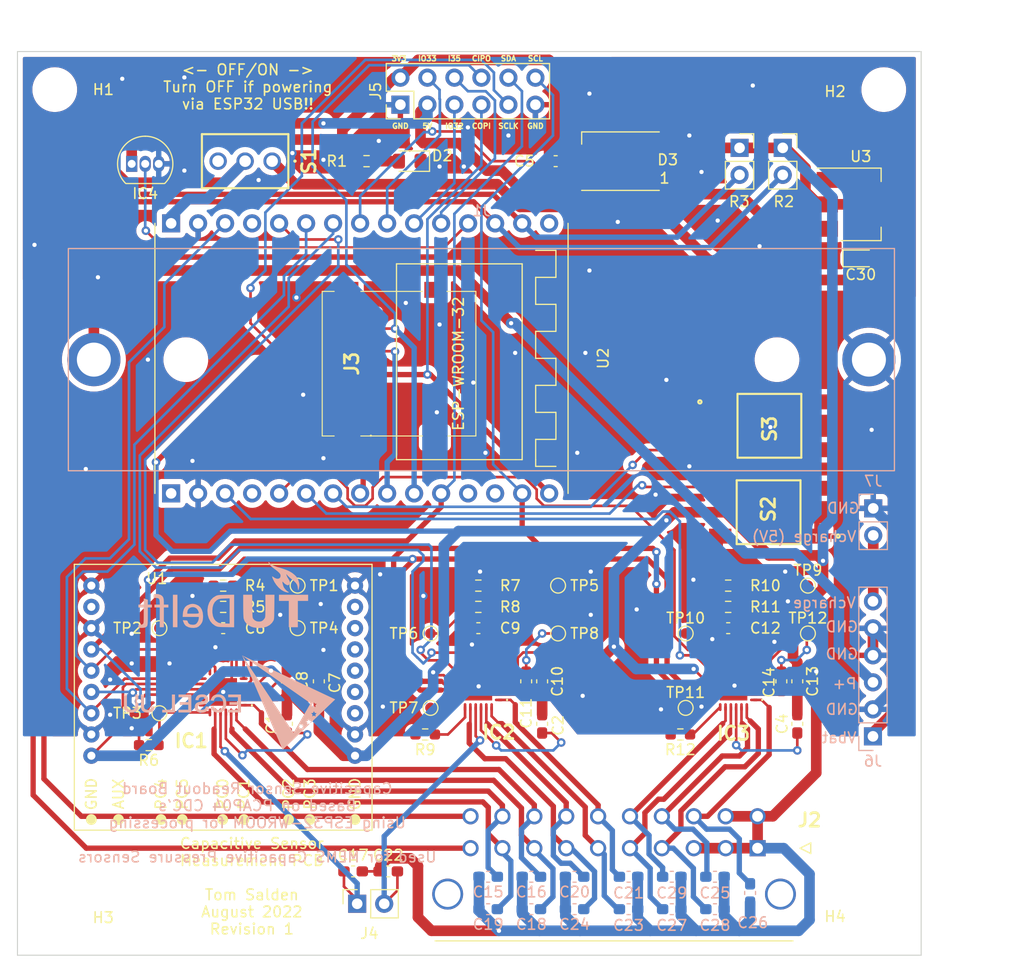
<source format=kicad_pcb>
(kicad_pcb (version 20211014) (generator pcbnew)
  (layers (0 "F.Cu" signal) (31 "B.Cu" signal) (34 "B.Paste" user) (35 "F.Paste" user) (36 "B.SilkS" user "B.Silkscreen") (37 "F.SilkS" user "F.Silkscreen") (38 "B.Mask" user) (39 "F.Mask" user) (44 "Edge.Cuts" user))
  (net 0 "")
  (net 1 "CREF_1")
  (net 2 "CREF_2")
  (net 3 "+BATT")
  (net 4 "CREF_3")
  (net 5 "+3V3")
  (net 6 "Net-(C6-Pad1)")
  (net 7 "/PCAP-IC_1/1V8")
  (net 8 "Net-(C9-Pad1)")
  (net 9 "/PCAP-IC_2/1V8")
  (net 10 "Net-(C12-Pad1)")
  (net 11 "/PCAP-IC_3/1V8")
  (net 12 "Net-(D2-Pad2)")
  (net 14 "LED_DATA")
  (net 15 "C1.3")
  (net 16 "Net-(IC1-Pad5)")
  (net 17 "Net-(IC1-Pad6)")
  (net 19 "PCAP1_INT")
  (net 21 "PCAP1_EN")
  (net 22 "SDA")
  (net 23 "SCL")
  (net 26 "Net-(IC1-Pad19)")
  (net 27 "C1.4")
  (net 28 "C1.5")
  (net 29 "C1.1")
  (net 30 "C1.2")
  (net 31 "C2.3")
  (net 32 "Net-(IC2-Pad5)")
  (net 33 "Net-(IC2-Pad6)")
  (net 35 "PCAP2_INT")
  (net 37 "PCAP2_EN")
  (net 40 "Net-(IC2-Pad19)")
  (net 41 "C2.4")
  (net 42 "C2.5")
  (net 43 "C2.1")
  (net 44 "C2.2")
  (net 45 "C3.3")
  (net 46 "Net-(IC3-Pad5)")
  (net 47 "Net-(IC3-Pad6)")
  (net 49 "PCAP3_INT")
  (net 51 "PCAP3_EN")
  (net 54 "Net-(IC3-Pad19)")
  (net 55 "C3.4")
  (net 56 "C3.5")
  (net 57 "C3.1")
  (net 58 "C3.2")
  (net 59 "PR1-SENSE")
  (net 60 "PR2-SENSE")
  (net 68 "SD_CS")
  (net 69 "SD_MOSI")
  (net 70 "SD_SCLK")
  (net 71 "SD_MISO")
  (net 74 "BUTTON1")
  (net 75 "BUTTON2")
  (net 85 "V_TEMP")
  (net 88 "GND")
  (net 89 "+6V")
  (net 91 "IO32")
  (net 92 "IO33")
  (net 93 "I35")
  (net 94 "B+")
  (net 96 "Vcharge")
  (footprint "Package_TO_SOT_THT:TO-92_Inline" (layer "F.Cu") (at 110.744 75.565)
    (fp_text reference "IC4")
    (fp_text value "MCP9701-E_TO")
  )
  (footprint "Capacitor_Tantalum_SMD:CP_EIA-1608-10_AVX-L_Pad1.25x1.05mm_HandSolder" (layer "F.Cu") (at 179.324 84.455)
    (fp_text reference "C30")
    (fp_text value "22u")
  )
  (footprint "TestPoint:TestPoint_Pad_D1.0mm" (layer "F.Cu") (at 162.849195 119.736695)
    (fp_text reference "TP10")
    (fp_text value "TestPoint")
  )
  (footprint "FootrpintLib:MEM20670218000A" (layer "F.Cu") (at 131.065 94.361 -90)
    (fp_text reference "J3")
    (fp_text value "MEM2067-02-180-00-A" hide)
  )
  (footprint "FootrpintLib:43045-20_21,22,23_" (layer "F.Cu") (at 169.614045 139.932795)
    (fp_text reference "J2")
    (fp_text value "43045-2022" hide)
  )
  (footprint "Capacitor_SMD:C_0603_1608Metric_Pad1.08x0.95mm_HandSolder" (layer "F.Cu") (at 173.349195 128.236695 90)
    (fp_text reference "C4")
    (fp_text value "2p")
  )
  (footprint "Capacitor_SMD:C_0603_1608Metric_Pad1.08x0.95mm_HandSolder" (layer "F.Cu") (at 147.849195 124.236695 -90)
    (fp_text reference "C11")
    (fp_text value "4.7u")
  )
  (footprint "TestPoint:TestPoint_Pad_D1.0mm" (layer "F.Cu") (at 138.849195 126.736695)
    (fp_text reference "TP7")
    (fp_text value "TestPoint")
  )
  (footprint "Resistor_SMD:R_0603_1608Metric_Pad0.98x0.95mm_HandSolder" (layer "F.Cu") (at 143.349195 115.236695 180)
    (fp_text reference "R7")
    (fp_text value "nc")
  )
  (footprint "MountingHole:MountingHole_3.2mm_M3" (layer "F.Cu") (at 181.483 68.58)
    (fp_text reference "H2")
    (fp_text value "MountingHole")
  )
  (footprint "Capacitor_SMD:C_0603_1608Metric_Pad1.08x0.95mm_HandSolder" (layer "F.Cu") (at 149.349195 128.236695 90)
    (fp_text reference "C2")
    (fp_text value "2p")
  )
  (footprint "Capacitor_SMD:C_0603_1608Metric_Pad1.08x0.95mm_HandSolder" (layer "F.Cu") (at 119.349195 119.236695 180)
    (fp_text reference "C6")
    (fp_text value "10n")
  )
  (footprint "Resistor_SMD:R_0603_1608Metric_Pad0.98x0.95mm_HandSolder" (layer "F.Cu") (at 166.849195 115.236695 180)
    (fp_text reference "R10")
    (fp_text value "nc")
  )
  (footprint "FootrpintLib:PCAP04AQFM24" (layer "F.Cu") (at 167.349195 124.736695 180)
    (fp_text reference "IC3")
    (fp_text value "PCAP04-AQFM-24" hide)
  )
  (footprint "Capacitor_SMD:C_0603_1608Metric_Pad1.08x0.95mm_HandSolder" (layer "F.Cu") (at 149.349195 124.236695 -90)
    (fp_text reference "C10")
    (fp_text value "10u")
  )
  (footprint "Capacitor_SMD:C_0603_1608Metric_Pad1.08x0.95mm_HandSolder" (layer "F.Cu") (at 125.349195 128.236695 90)
    (fp_text reference "C1")
    (fp_text value "2p")
  )
  (footprint "FootrpintLib:FSM2J_1" (layer "F.Cu") (at 170.6505 108.331 -90)
    (fp_text reference "S2")
    (fp_text value "FSM2JSMAATR" hide)
  )
  (footprint "Connector_PinSocket_2.54mm:PinSocket_1x02_P2.54mm_Vertical" (layer "F.Cu") (at 171.983 74.061)
    (fp_text reference "R2")
    (fp_text value "R")
  )
  (footprint "Resistor_SMD:R_0603_1608Metric_Pad0.98x0.95mm_HandSolder" (layer "F.Cu") (at 162.349195 129.236695 180)
    (fp_text reference "R12")
    (fp_text value "nc")
  )
  (footprint "Resistor_SMD:R_0603_1608Metric_Pad0.98x0.95mm_HandSolder" (layer "F.Cu") (at 132.833 75.311)
    (fp_text reference "R1")
    (fp_text value "100")
  )
  (footprint "Resistor_SMD:R_0603_1608Metric_Pad0.98x0.95mm_HandSolder" (layer "F.Cu") (at 138.349195 129.236695 180)
    (fp_text reference "R9")
    (fp_text value "nc")
  )
  (footprint "Resistor_SMD:R_0603_1608Metric_Pad0.98x0.95mm_HandSolder" (layer "F.Cu") (at 119.349195 117.236695 180)
    (fp_text reference "R5")
    (fp_text value "nc")
  )
  (footprint "TestPoint:TestPoint_Pad_D1.0mm" (layer "F.Cu") (at 126.349195 115.236695)
    (fp_text reference "TP1")
    (fp_text value "TestPoint")
  )
  (footprint "FootrpintLib:PCAP_04-eva-board" (layer "F.Cu") (at 119.349195 123.236695)
    (fp_text reference "U1")
    (fp_text value "PCAP_04-eva-board")
  )
  (footprint "Resistor_SMD:R_0603_1608Metric_Pad0.98x0.95mm_HandSolder" (layer "F.Cu") (at 143.349195 117.236695 180)
    (fp_text reference "R8")
    (fp_text value "nc")
  )
  (footprint "TestPoint:TestPoint_Pad_D1.0mm" (layer "F.Cu") (at 113.349195 119.236695)
    (fp_text reference "TP2")
    (fp_text value "TestPoint")
  )
  (footprint "Connector_PinSocket_2.54mm:PinSocket_1x02_P2.54mm_Vertical" (layer "F.Cu") (at 131.953 145.161 90)
    (fp_text reference "J4")
    (fp_text value "Conn_01x02")
  )
  (footprint "TestPoint:TestPoint_Pad_D1.0mm" (layer "F.Cu") (at 150.849195 119.736695)
    (fp_text reference "TP8")
    (fp_text value "TestPoint")
  )
  (footprint "MountingHole:MountingHole_3.2mm_M3" (layer "F.Cu") (at 181.483 146.431)
    (fp_text reference "H4")
    (fp_text value "MountingHole")
  )
  (footprint "FootrpintLib:PCAP04AQFM24" (layer "F.Cu") (at 119.349195 125.236695 180)
    (fp_text reference "IC1")
    (fp_text value "PCAP04-AQFM-24" hide)
  )
  (footprint "Connector_PinHeader_2.54mm:PinHeader_2x06_P2.54mm_Vertical" (layer "F.Cu") (at 136.017 70 90)
    (fp_text reference "J5")
    (fp_text value "Conn_02x06_Odd_Even")
  )
  (footprint "TestPoint:TestPoint_Pad_D1.0mm" (layer "F.Cu") (at 174.349195 119.736695)
    (fp_text reference "TP12")
    (fp_text value "TestPoint")
  )
  (footprint "TestPoint:TestPoint_Pad_D1.0mm" (layer "F.Cu") (at 162.849195 126.736695)
    (fp_text reference "TP11")
    (fp_text value "TestPoint")
  )
  (footprint "Capacitor_SMD:C_0603_1608Metric_Pad1.08x0.95mm_HandSolder" (layer "F.Cu") (at 128.349195 124.236695 90)
    (fp_text reference "C7")
    (fp_text value "10u")
  )
  (footprint "MountingHole:MountingHole_3.2mm_M3" (layer "F.Cu") (at 103.505 146.5326)
    (fp_text reference "H3")
    (fp_text value "MountingHole")
  )
  (footprint "FootrpintLib:PCAP04AQFM24" (layer "F.Cu") (at 143.349195 124.736695 180)
    (fp_text reference "IC2")
    (fp_text value "PCAP04-AQFM-24" hide)
  )
  (footprint "Capacitor_SMD:C_0603_1608Metric_Pad1.08x0.95mm_HandSolder" (layer "F.Cu") (at 125.349195 124.236695 -90)
    (fp_text reference "C8")
    (fp_text value "4.7u")
  )
  (footprint "Resistor_SMD:R_0603_1608Metric_Pad0.98x0.95mm_HandSolder" (layer "F.Cu") (at 119.349195 115.236695 180)
    (fp_text reference "R4")
    (fp_text value "nc")
  )
  (footprint "FootrpintLib:ESP-WROOM-32-DEVBOARD" (layer "F.Cu") (at 114.450695 81.160695 -90)
    (fp_text reference "U2")
    (fp_text value "ESP-WROOM-32-DEVBOARD")
  )
  (footprint "Capacitor_SMD:C_0603_1608Metric_Pad1.08x0.95mm_HandSolder" (layer "F.Cu") (at 173.349195 124.236695 -90)
    (fp_text reference "C13")
    (fp_text value "10u")
  )
  (footprint "Connector_PinSocket_2.54mm:PinSocket_1x02_P2.54mm_Vertical" (layer "F.Cu") (at 167.919 74.061)
    (fp_text reference "R3")
    (fp_text value "R")
  )
  (footprint "FootrpintLib:FSM2J_1" (layer "F.Cu") (at 170.7255 100.203 90)
    (fp_text reference "S3")
    (fp_text value "FSM2JSMAATR" hide)
  )
  (footprint "Capacitor_SMD:C_0603_1608Metric_Pad1.08x0.95mm_HandSolder" (layer "F.Cu") (at 134.874 142.113)
    (fp_text reference "C22")
    (fp_text value "C")
  )
  (footprint "LED_SMD:LED_0805_2012Metric_Pad1.15x1.40mm_HandSolder" (layer "F.Cu") (at 136.897 75.311 180)
    (fp_text reference "D2")
    (fp_text value "LED")
  )
  (footprint "TestPoint:TestPoint_Pad_D1.0mm" (layer "F.Cu") (at 138.849195 119.736695)
    (fp_text reference "TP6")
    (fp_text value "TestPoint")
  )
  (footprint "FootrpintLib:2MS1T2B3M2QES" (layer "F.Cu") (at 123.952 75.311 90)
    (fp_text reference "S1")
    (fp_text value "2MS1T2B3M2QES" hide)
  )
  (footprint "Capacitor_SMD:C_0603_1608Metric_Pad1.08x0.95mm_HandSolder" (layer "F.Cu") (at 131.572 142.113 180)
    (fp_text reference "C17")
    (fp_text value "C")
  )
  (footprint "Resistor_SMD:R_0603_1608Metric_Pad0.98x0.95mm_HandSolder" (layer "F.Cu") (at 166.849195 117.236695 180)
    (fp_text reference "R11")
    (fp_text value "nc")
  )
  (footprint "TestPoint:TestPoint_Pad_D1.0mm" (layer "F.Cu") (at 174.349195 115.236695)
    (fp_text reference "TP9")
    (fp_text value "TestPoint")
  )
  (footprint "Capacitor_SMD:C_0603_1608Metric_Pad1.08x0.95mm_HandSolder" (layer "F.Cu") (at 166.849195 119.236695 180)
    (fp_text reference "C12")
    (fp_text value "10n")
  )
  (footprint "Package_TO_SOT_SMD:SOT-223-3_TabPin2" (layer "F.Cu") (at 179.324 79.375)
    (fp_text reference "U3")
    (fp_text value "AMS1117-3.3")
  )
  (footprint "MountingHole:MountingHole_3.2mm_M3" (layer "F.Cu") (at 103.505 68.58)
    (fp_text reference "H1")
    (fp_text value "MountingHole")
  )
  (footprint "Resistor_SMD:R_0603_1608Metric_Pad0.98x0.95mm_HandSolder" (layer "F.Cu") (at 112.349195 130.236695 180)
    (fp_text reference "R6")
    (fp_text value "nc")
  )
  (footprint "TestPoint:TestPoint_Pad_D1.0mm" (layer "F.Cu") (at 113.349195 127.236695)
    (fp_text reference "TP3")
    (fp_text value "TestPoint")
  )
  (footprint "LED_SMD:LED_WS2812B_PLCC4_5.0x5.0mm_P3.2mm" (layer "F.Cu") (at 156.718 75.311 180)
    (fp_text reference "D3")
    (fp_text value "WS2812B")
  )
  (footprint "TestPoint:TestPoint_Pad_D1.0mm" (layer "F.Cu") (at 126.349195 119.236695)
    (fp_text reference "TP4")
    (fp_text value "TestPoint")
  )
  (footprint "TestPoint:TestPoint_Pad_D1.0mm" (layer "F.Cu") (at 150.849195 115.236695)
    (fp_text reference "TP5")
    (fp_text value "TestPoint")
  )
  (footprint "Capacitor_SMD:C_0603_1608Metric_Pad1.08x0.95mm_HandSolder" (layer "F.Cu") (at 143.349195 119.236695 180)
    (fp_text reference "C9")
    (fp_text value "10n")
  )
  (footprint "Capacitor_SMD:C_0603_1608Metric_Pad1.08x0.95mm_HandSolder" (layer "F.Cu") (at 150.622 75.311 180)
    (fp_text reference "C5")
    (fp_text value "100nF")
  )
  (footprint "Capacitor_SMD:C_0603_1608Metric_Pad1.08x0.95mm_HandSolder" (layer "F.Cu") (at 171.849195 124.236695 -90)
    (fp_text reference "C14")
    (fp_text value "4.7u")
  )
  (footprint "Capacitor_SMD:C_0603_1608Metric_Pad1.08x0.95mm_HandSolder" (layer "B.Cu") (at 165.608 145.669 180)
    (fp_text reference "C28")
    (fp_text value "C")
  )
  (footprint "FootrpintLib:BH-18650-PC" (layer "B.Cu") (at 143.636 93.98 180)
    (fp_text reference "J1")
    (fp_text value "Conn_01x02")
  )
  (footprint "Capacitor_SMD:C_0603_1608Metric_Pad1.08x0.95mm_HandSolder" (layer "B.Cu") (at 165.608 142.621 180)
    (fp_text reference "C25")
    (fp_text value "C")
  )
  (footprint "FootrpintLib:ECSEL_LOGO" (layer "B.Cu") (at 119.888 126.238 180)
    (fp_text reference "G***" hide)
    (fp_text value "LOGO" hide)
  )
  (footprint "Capacitor_SMD:C_0603_1608Metric_Pad1.08x0.95mm_HandSolder" (layer "B.Cu") (at 157.48 145.669 180)
    (fp_text reference "C23")
    (fp_text value "C")
  )
  (footprint "FootrpintLib:TUD_logo_Small" (layer "B.Cu") (at 118.872 117.602 180)
    (fp_text reference "G***" hide)
    (fp_text value "LOGO" hide)
  )
  (footprint "Connector_PinHeader_2.54mm:PinHeader_1x06_P2.54mm_Vertical" (layer "B.Cu") (at 180.467 129.413)
    (fp_text reference "J6")
    (fp_text value "Li-ion Charge and Protection circuit")
  )
  (footprint "Capacitor_SMD:C_0603_1608Metric_Pad1.08x0.95mm_HandSolder" (layer "B.Cu") (at 157.48 142.621 180)
    (fp_text reference "C21")
    (fp_text value "C")
  )
  (footprint "Capacitor_SMD:C_0603_1608Metric_Pad1.08x0.95mm_HandSolder" (layer "B.Cu") (at 148.336 145.669)
    (fp_text reference "C18")
    (fp_text value "C")
  )
  (footprint "Capacitor_SMD:C_0603_1608Metric_Pad1.08x0.95mm_HandSolder" (layer "B.Cu") (at 161.544 142.621 180)
    (fp_text reference "C29")
    (fp_text value "C")
  )
  (footprint "Capacitor_SMD:C_0603_1608Metric_Pad1.08x0.95mm_HandSolder" (layer "B.Cu") (at 152.4 145.669)
    (fp_text reference "C24")
    (fp_text value "C")
  )
  (footprint "Capacitor_SMD:C_0603_1608Metric_Pad1.08x0.95mm_HandSolder" (layer "B.Cu") (at 148.336 142.621)
    (fp_text reference "C16")
    (fp_text value "C")
  )
  (footprint "Capacitor_SMD:C_0603_1608Metric_Pad1.08x0.95mm_HandSolder" (layer "B.Cu") (at 144.272 142.621)
    (fp_text reference "C15")
    (fp_text value "C")
  )
  (footprint "Capacitor_SMD:C_0603_1608Metric_Pad1.08x0.95mm_HandSolder" (layer "B.Cu") (at 152.4 142.621)
    (fp_text reference "C20")
    (fp_text value "C")
  )
  (footprint "Capacitor_SMD:C_0603_1608Metric_Pad1.08x0.95mm_HandSolder" (layer "B.Cu") (at 161.544 145.669 180)
    (fp_text reference "C27")
    (fp_text value "C")
  )
  (footprint "Capacitor_SMD:C_0603_1608Metric_Pad1.08x0.95mm_HandSolder" (layer "B.Cu") (at 144.272 145.669)
    (fp_text reference "C19")
    (fp_text value "C")
  )
  (footprint "Capacitor_SMD:C_0603_1608Metric_Pad1.08x0.95mm_HandSolder" (layer "B.Cu") (at 168.91 144.145 90)
    (fp_text reference "C26")
    (fp_text value "C")
  )
  (footprint "Connector_PinSocket_2.54mm:PinSocket_1x02_P2.54mm_Vertical" (layer "B.Cu") (at 180.492 107.97 180)
    (fp_text reference "J7")
    (fp_text value "Conn_01x02")
  )
  (gr_line (start 185 65) (end 185 150) (layer "Edge.Cuts") (width 0.1))
  (gr_line (start 185 150) (end 100 150) (layer "Edge.Cuts") (width 0.1))
  (gr_line (start 100 150) (end 100 65) (layer "Edge.Cuts") (width 0.1))
  (gr_line (start 100 65) (end 185 65) (layer "Edge.Cuts") (width 0.1))
  (gr_text "GND" (at 177.546 126.873) (layer "B.SilkS") (effects (font (size 1 1)) (justify mirror)))
  (gr_text "Vbat" (at 177.292 129.54) (layer "B.SilkS") (effects (font (size 1 1)) (justify mirror)))
  (gr_text "GND" (at 177.673 107.95) (layer "B.SilkS") (effects (font (size 1 1)) (justify mirror)))
  (gr_text "GND" (at 177.538067 119.107735) (layer "B.SilkS") (effects (font (size 1 1)) (justify mirror)))
  (gr_text "Capacitive Sensor Readout Board\nBased on PCAP04 CDC's\nUsing ESP32-WROOM for processing\n\nUsed for MEMS Capacitive Pressure Sensors" (at 122.555 137.541) (layer "B.SilkS") (effects (font (size 1 1)) (justify mirror)))
  (gr_text "P+" (at 177.8 124.46) (layer "B.SilkS") (effects (font (size 1 1)) (justify mirror)))
  (gr_text "Vcharge" (at 175.895 116.84) (layer "B.SilkS") (effects (font (size 1 1)) (justify mirror)))
  (gr_text "GND" (at 177.546 121.666) (layer "B.SilkS") (effects (font (size 1 1)) (justify mirror)))
  (gr_text "Vcharge (5V)" (at 173.99 110.617) (layer "B.SilkS") (effects (font (size 1 1)) (justify mirror)))
  (gr_text "CIPO" (at 143.637 65.658999) (layer "F.SilkS") (effects (font (size 0.5 0.5) (thickness 0.125))))
  (gr_text "I35" (at 141.090369 65.658999) (layer "F.SilkS") (effects (font (size 0.5 0.5) (thickness 0.125))))
  (gr_text "SCLK" (at 146.177 72.009) (layer "F.SilkS") (effects (font (size 0.5 0.5) (thickness 0.125))))
  (gr_text "IO32" (at 141.097 72.009) (layer "F.SilkS") (effects (font (size 0.5 0.5) (thickness 0.125))))
  (gr_text "IO33" (at 138.557 65.659) (layer "F.SilkS") (effects (font (size 0.5 0.5) (thickness 0.125))))
  (gr_text "3V3" (at 135.89 65.659) (layer "F.SilkS") (effects (font (size 0.5 0.5) (thickness 0.125))))
  (gr_text "SDA" (at 146.177 65.659) (layer "F.SilkS") (effects (font (size 0.5 0.5) (thickness 0.125))))
  (gr_text "GND" (at 136.017 72.009) (layer "F.SilkS") (effects (font (size 0.5 0.5) (thickness 0.125))))
  (gr_text "<- OFF/ON ->\nTurn OFF if powering\nvia ESP32 USB!!" (at 121.666 68.326) (layer "F.SilkS") (effects (font (size 1 1))))
  (gr_text "GND" (at 148.717 72.009) (layer "F.SilkS") (effects (font (size 0.5 0.5) (thickness 0.125))))
  (gr_text "SCL" (at 148.717 65.659) (layer "F.SilkS") (effects (font (size 0.5 0.5) (thickness 0.125))))
  (gr_text "5V" (at 138.557 72.009) (layer "F.SilkS") (effects (font (size 0.5 0.5) (thickness 0.125))))
  (gr_text "Capacitive Sensor\nMeasurement PCB\n\nTom Salden\nAugust 2022\nRevision 1" (at 122.047 143.51) (layer "F.SilkS") (effects (font (size 1 1))))
  (gr_text "COPI" (at 143.637 72.009) (layer "F.SilkS") (effects (font (size 0.5 0.5) (thickness 0.125))))
  (segment (start 127.265195 129.230195) (end 127.134195 129.099195) (width 0.25) (layer "F.Cu") (net 1))
  (segment (start 121.158 131.191) (end 119.599195 129.632195) (width 0.25) (layer "F.Cu") (net 1))
  (segment (start 127.134195 129.099195) (end 125.349195 129.099195) (width 0.25) (layer "F.Cu") (net 1))
  (segment (start 119.599195 129.632195) (end 119.599195 127.161695) (width 0.25) (layer "F.Cu") (net 1))
  (via (at 127.265195 129.230195) (size 0.8) (drill 0.4) (layers "F.Cu" "B.Cu") (net 1))
  (via (at 121.158 131.191) (size 0.8) (drill 0.4) (layers "F.Cu" "B.Cu") (net 1))
  (segment (start 121.612305 130.736695) (end 125.758695 130.736695) (width 0.25) (layer "B.Cu") (net 1))
  (segment (start 121.158 131.191) (end 121.612305 130.736695) (width 0.25) (layer "B.Cu") (net 1))
  (segment (start 125.758695 130.736695) (end 127.265195 129.230195) (width 0.25) (layer "B.Cu") (net 1))
  (segment (start 151.141195 129.992195) (end 150.248195 129.099195) (width 0.25) (layer "F.Cu") (net 2))
  (segment (start 143.599195 128.840571) (end 143.599195 126.661695) (width 0.25) (layer "F.Cu") (net 2))
  (segment (start 145.025007 130.266383) (end 143.599195 128.840571) (width 0.25) (layer "F.Cu") (net 2))
  (segment (start 150.248195 129.099195) (end 149.349195 129.099195) (width 0.25) (layer "F.Cu") (net 2))
  (via (at 151.141195 129.992195) (size 0.8) (drill 0.4) (layers "F.Cu" "B.Cu") (net 2))
  (via (at 145.025007 130.266383) (size 0.8) (drill 0.4) (layers "F.Cu" "B.Cu") (net 2))
  (segment (start 151.141195 129.992195) (end 150.396695 130.736695) (width 0.25) (layer "B.Cu") (net 2))
  (segment (start 150.396695 130.736695) (end 145.495319 130.736695) (width 0.25) (layer "B.Cu") (net 2))
  (segment (start 145.495319 130.736695) (end 145.025007 130.266383) (width 0.25) (layer "B.Cu") (net 2))
  (segment (start 165.1 84.608) (end 165.1 84.709) (width 1) (layer "F.Cu") (net 3))
  (segment (start 165.1 84.608) (end 164.999 84.608) (width 1) (layer "F.Cu") (net 3))
  (segment (start 126.121195 77.480195) (end 123.952 75.311) (width 1) (layer "F.Cu") (net 3))
  (segment (start 165.1 84.709) (end 166.878 86.487) (width 1) (layer "F.Cu") (net 3))
  (segment (start 183.642 88.9) (end 183.642 125.890032) (width 1) (layer "F.Cu") (net 3))
  (segment (start 164.999 84.608) (end 160.001695 79.610695) (width 1) (layer "F.Cu") (net 3))
  (segment (start 145.133697 77.480195) (end 126.121195 77.480195) (width 1) (layer "F.Cu") (net 3))
  (segment (start 180.467 129.065032) (end 180.467 129.413) (width 1) (layer "F.Cu") (net 3))
  (segment (start 160.001695 79.610695) (end 147.264197 79.610695) (width 1) (layer "F.Cu") (net 3))
  (segment (start 183.642 125.890032) (end 180.467 129.065032) (width 1) (layer "F.Cu") (net 3))
  (segment (start 166.878 86.487) (end 181.229 86.487) (width 1) (layer "F.Cu") (net 3))
  (segment (start 181.229 86.487) (end 183.642 88.9) (width 1) (layer "F.Cu") (net 3))
  (segment (start 147.264197 79.610695) (end 145.133697 77.480195) (width 1) (layer "F.Cu") (net 3))
  (segment (start 167.599195 126.661695) (end 167.599195 130.236695) (width 0.25) (layer "F.Cu") (net 4))
  (segment (start 173.349195 129.099195) (end 173.349195 130.736695) (width 0.25) (layer "F.Cu") (net 4))
  (via (at 173.349195 130.736695) (size 0.8) (drill 0.4) (layers "F.Cu" "B.Cu") (net 4))
  (via (at 167.599195 130.236695) (size 0.8) (drill 0.4) (layers "F.Cu" "B.Cu") (net 4))
  (segment (start 168.099195 130.736695) (end 173.349195 130.736695) (width 0.25) (layer "B.Cu") (net 4))
  (segment (start 167.599195 130.236695) (end 168.099195 130.736695) (width 0.25) (layer "B.Cu") (net 4))
  (segment (start 178.524 81.953) (end 178.524 84.455) (width 1) (layer "F.Cu") (net 5))
  (segment (start 174.117 78.168) (end 174.117 75.946) (width 1) (layer "F.Cu") (net 5))
  (segment (start 164.511695 123.986695) (end 163.599195 123.074195) (width 0.25) (layer "F.Cu") (net 5))
  (segment (start 135.457 67.46) (end 136.017 67.46) (width 1) (layer "F.Cu") (net 5))
  (segment (start 159.168 76.911) (end 161.341 76.911) (width 1) (layer "F.Cu") (net 5))
  (segment (start 170.849195 123.736695) (end 170.849195 122.21139) (width 0.25) (layer "F.Cu") (net 5))
  (segment (start 149.363195 123.388195) (end 149.349195 123.374195) (width 1) (layer "F.Cu") (net 5))
  (segment (start 172.949195 122.033752) (end 173.349195 122.433752) (width 1) (layer "F.Cu") (net 5))
  (segment (start 139.099195 123.387195) (end 139.373695 123.661695) (width 0.25) (layer "F.Cu") (net 5))
  (segment (start 175.768 112.903) (end 175.768 115.514947) (width 1) (layer "F.Cu") (net 5))
  (segment (start 155.416365 66.675) (end 162.802365 74.061) (width 1) (layer "F.Cu") (net 5))
  (segment (start 170.099195 124.486695) (end 170.849195 123.736695) (width 0.25) (layer "F.Cu") (net 5))
  (segment (start 169.274195 124.486695) (end 170.099195 124.486695) (width 0.25) (layer "F.Cu") (net 5))
  (segment (start 110.744 73.815) (end 110.744 75.565) (width 1) (layer "F.Cu") (net 5))
  (segment (start 161.798 108.331) (end 166.624 108.331) (width 1) (layer "F.Cu") (net 5))
  (segment (start 153.691195 123.388195) (end 149.363195 123.388195) (width 1) (layer "F.Cu") (net 5))
  (segment (start 181.102 79.375) (end 178.524 81.953) (width 1) (layer "F.Cu") (net 5))
  (segment (start 170.688 112.395) (end 175.26 112.395) (width 1) (layer "F.Cu") (net 5))
  (segment (start 175.324 79.375) (end 174.117 78.168) (width 1) (layer "F.Cu") (net 5))
  (segment (start 149.349195 122.236695) (end 149.349195 123.374195) (width 0.25) (layer "F.Cu") (net 5))
  (segment (start 151.4845 75.311) (end 157.568 75.311) (width 1) (layer "F.Cu") (net 5))
  (segment (start 176.174 79.375) (end 175.324 79.375) (width 1) (layer "F.Cu") (net 5))
  (segment (start 130.556 73.279) (end 111.28 73.279) (width 1) (layer "F.Cu") (net 5))
  (segment (start 147.561189 121.523994) (end 148.636494 121.523994) (width 0.25) (layer "F.Cu") (net 5))
  (segment (start 109.917393 128.268497) (end 106.949195 131.236695) (width 0.25) (layer "F.Cu") (net 5))
  (segment (start 172.949195 118.333752) (end 172.949195 122.033752) (width 1) (layer "F.Cu") (net 5))
  (segment (start 166.624 108.331) (end 170.688 112.395) (width 1) (layer "F.Cu") (net 5))
  (segment (start 174.117 75.946) (end 172.232 74.061) (width 1) (layer "F.Cu") (net 5))
  (segment (start 182.474 79.375) (end 176.174 79.375) (width 1) (layer "F.Cu") (net 5))
  (segment (start 149.987 65.786) (end 150.876 66.675) (width 1) (layer "F.Cu") (net 5))
  (segment (start 161.036 109.093) (end 161.798 108.331) (width 1) (layer "F.Cu") (net 5))
  (segment (start 128.349195 125.099195) (end 128.349195 128.914325) (width 1) (layer "F.Cu") (net 5))
  (segment (start 164.191 74.061) (end 167.919 74.061) (width 1) (layer "F.Cu") (net 5))
  (segment (start 130.556 72.361) (end 135.457 67.46) (width 1) (layer "F.Cu") (net 5))
  (segment (start 122.376 94.286) (end 133.265 94.286) (width 0.5) (layer "F.Cu") (net 5))
  (segment (start 162.802365 74.061) (end 164.191 74.061) (width 1) (layer "F.Cu") (net 5))
  (segment (start 110.235591 124.486695) (end 109.917393 124.804893) (width 0.25) (layer "F.Cu") (net 5))
  (segment (start 171.82389 121.236695) (end 172.361848 121.236695) (width 0.25) (layer "F.Cu") (net 5))
  (segment (start 161.341 76.911) (end 164.191 74.061) (width 1) (layer "F.Cu") (net 5))
  (segment (start 172.361848 121.236695) (end 173.349195 122.224042) (width 0.25) (layer "F.Cu") (net 5))
  (segment (start 167.919 74.061) (end 171.983 74.061) (width 1) (layer "F.Cu") (net 5))
  (segment (start 122.099195 124.986695) (end 121.274195 124.986695) (width 0.25) (layer "F.Cu") (net 5))
  (segment (start 173.349195 122.224042) (end 173.349195 123.374195) (width 0.25) (layer "F.Cu") (net 5))
  (segment (start 130.671565 131.236695) (end 131.749195 131.236695) (width 1) (layer "F.Cu") (net 5))
  (segment (start 156.099195 120.980195) (end 153.691195 123.388195) (width 1) (layer "F.Cu") (net 5))
  (segment (start 165.424195 123.986695) (end 164.511695 123.986695) (width 0.25) (layer "F.Cu") (net 5))
  (segment (start 147.049195 122.035988) (end 147.561189 121.523994) (width 0.25) (layer "F.Cu") (net 5))
  (segment (start 128.349195 128.914325) (end 130.671565 131.236695) (width 1) (layer "F.Cu") (net 5))
  (segment (start 140.087368 123.661695) (end 140.412368 123.986695) (width 0.25) (layer "F.Cu") (net 5))
  (segment (start 173.349195 122.433752) (end 173.349195 123.374195) (width 1) (layer "F.Cu") (net 5))
  (segment (start 147.049195 123.234487) (end 147.049195 122.035988) (width 0.25) (layer "F.Cu") (net 5))
  (segment (start 123.849195 123.236695) (end 122.099195 124.986695) (width 0.25) (layer "F.Cu") (net 5))
  (segment (start 117.424195 124.486695) (end 110.235591 124.486695) (width 0.25) (layer "F.Cu") (net 5))
  (segment (start 157.568 75.311) (end 159.168 76.911) (width 1) (layer "F.Cu") (net 5))
  (segment (start 140.412368 123.986695) (end 141.424195 123.986695) (width 0.25) (layer "F.Cu") (net 5))
  (segment (start 175.768 115.514947) (end 172.949195 118.333752) (width 1) (layer "F.Cu") (net 5))
  (segment (start 172.232 74.061) (end 171.983 74.061) (width 1) (layer "F.Cu") (net 5))
  (segment (start 175.26 112.395) (end 175.768 112.903) (width 1) (layer "F.Cu") (net 5))
  (segment (start 131.9205 74.4545) (end 131.7315 74.4545) (width 1) (layer "F.Cu") (net 5))
  (segment (start 113.03 103.632) (end 122.376 94.286) (width 0.5) (layer "F.Cu") (net 5))
  (segment (start 111.28 73.279) (end 110.744 73.815) (width 1) (layer "F.Cu") (net 5))
  (segment (start 139.373695 123.661695) (end 140.087368 123.661695) (width 0.25) (layer "F.Cu") (net 5))
  (segment (start 150.876 66.675) (end 155.416365 66.675) (width 1) (layer "F.Cu") (net 5))
  (segment (start 131.9205 75.311) (end 131.9205 74.4545) (width 1) (layer "F.Cu") (net 5))
  (segment (start 145.796987 124.486695) (end 147.049195 123.234487) (width 0.25) (layer "F.Cu") (net 5))
  (segment (start 137.691 65.786) (end 149.987 65.786) (width 1) (layer "F.Cu") (net 5))
  (segment (start 109.917393 124.804893) (end 109.917393 128.268497) (width 0.25) (layer "F.Cu") (net 5))
  (segment (start 170.849195 122.21139) (end 171.82389 121.236695) (width 0.25) (layer "F.Cu") (net 5))
  (segment (start 148.636494 121.523994) (end 149.349195 122.236695) (width 0.25) (layer "F.Cu") (net 5))
  (segment (start 130.556 73.279) (end 130.556 72.361) (width 1) (layer "F.Cu") (net 5))
  (segment (start 131.7315 74.4545) (end 130.556 73.279) (width 1) (layer "F.Cu") (net 5))
  (segment (start 136.017 67.46) (end 137.691 65.786) (width 1) (layer "F.Cu") (net 5))
  (segment (start 145.274195 124.486695) (end 145.796987 124.486695) (width 0.25) (layer "F.Cu") (net 5))
  (segment (start 182.474 79.375) (end 181.102 79.375) (width 1) (layer "F.Cu") (net 5))
  (via (at 123.849195 123.236695) (size 0.8) (drill 0.4) (layers "F.Cu" "B.Cu") (net 5))
  (via (at 163.599195 123.074195) (size 0.8) (drill 0.4) (layers "F.Cu" "B.Cu") (net 5))
  (via (at 161.036 109.093) (size 0.8) (drill 0.4) (layers "F.Cu" "B.Cu") (net 5))
  (via (at 175.768 112.903) (size 0.8) (drill 0.4) (layers "F.Cu" "B.Cu") (net 5))
  (via (at 156.099195 120.980195) (size 0.8) (drill 0.4) (layers "F.Cu" "B.Cu") (net 5))
  (via (at 113.03 103.632) (size 0.8) (drill 0.4) (layers "F.Cu" "B.Cu") (net 5))
  (via (at 139.099195 123.387195) (size 0.8) (drill 0.4) (layers "F.Cu" "B.Cu") (net 5))
  (segment (start 175.768 109.855) (end 176.649195 108.973805) (width 1) (layer "B.Cu") (net 5))
  (segment (start 156.099195 114.029805) (end 156.099195 120.980195) (width 1) (layer "B.Cu") (net 5))
  (segment (start 176.649195 108.973805) (end 176.649195 107.569) (width 1) (layer "B.Cu") (net 5))
  (segment (start 176.649195 107.703805) (end 176.649195 78.727195) (width 1) (layer "B.Cu") (net 5))
  (segment (start 118.11 112.014) (end 120.015 110.109) (width 0.5) (layer "B.Cu") (net 5))
  (segment (start 139.099195 123.387195) (end 139.099195 124.964325) (width 1) (layer "B.Cu") (net 5))
  (segment (start 123.76889 123.317) (end 123.849195 123.236695) (width 1) (layer "B.Cu") (net 5))
  (segment (start 106.949195 131.236695) (end 111.460305 131.236695) (width 1) (layer "B.Cu") (net 5))
  (segment (start 156.099195 114.029805) (end 160.02 110.109) (width 1) (layer "B.Cu") (net 5))
  (segment (start 176.649195 78.727195) (end 171.983 74.061) (width 1) (layer "B.Cu") (net 5))
  (segment (start 175.768 112.903) (end 175.768 109.855) (width 1) (layer "B.Cu") (net 5))
  (segment (start 131.681614 131.236695) (end 131.749195 131.236695) (width 1) (layer "B.Cu") (net 5))
  (segment (start 126.181614 125.736695) (end 131.681614 131.236695) (width 1) (layer "B.Cu") (net 5))
  (segment (start 119.38 123.317) (end 123.76889 123.317) (width 1) (layer "B.Cu") (net 5))
  (segment (start 156.099195 120.980195) (end 158.193195 123.074195) (width 1) (layer "B.Cu") (net 5))
  (segment (start 111.460305 131.236695) (end 119.38 123.317) (width 1) (layer "B.Cu") (net 5))
  (segment (start 120.015 110.109) (end 141.478 110.109) (width 0.5) (layer "B.Cu") (net 5))
  (segment (start 114.554 112.014) (end 118.11 112.014) (width 0.5) (layer "B.Cu") (net 5))
  (segment (start 160.02 110.109) (end 161.036 109.093) (width 1) (layer "B.Cu") (net 5))
  (segment (start 158.193195 123.074195) (end 163.599195 123.074195) (width 1) (layer "B.Cu") (net 5))
  (segment (start 139.099195 123.387195) (end 140.099195 122.387195) (width 1) (layer "B.Cu") (net 5))
  (segment (start 113.03 110.49) (end 114.554 112.014) (width 0.5) (layer "B.Cu") (net 5))
  (segment (start 126.181614 125.569114) (end 126.181614 125.736695) (width 1) (layer "B.Cu") (net 5))
  (segment (start 160.02 110.109) (end 141.478 110.109) (width 1) (layer "B.Cu") (net 5))
  (segment (start 140.099195 122.387195) (end 140.099195 111.487805) (width 1) (layer "B.Cu") (net 5))
  (segment (start 123.849195 123.236695) (end 126.181614 125.569114) (width 1) (layer "B.Cu") (net 5))
  (segment (start 113.03 103.632) (end 113.03 110.49) (width 0.5) (layer "B.Cu") (net 5))
  (segment (start 139.099195 124.964325) (end 132.826825 131.236695) (width 1) (layer "B.Cu") (net 5))
  (segment (start 140.099195 111.487805) (end 141.478 110.109) (width 1) (layer "B.Cu") (net 5))
  (segment (start 132.826825 131.236695) (end 131.749195 131.236695) (width 1) (layer "B.Cu") (net 5))
  (segment (start 118.436695 117.461695) (end 120.211695 119.236695) (width 0.25) (layer "F.Cu") (net 6))
  (segment (start 118.436695 115.236695) (end 118.436695 117.236695) (width 0.25) (layer "F.Cu") (net 6))
  (segment (start 118.436695 117.236695) (end 118.436695 117.461695) (width 0.25) (layer "F.Cu") (net 6))
  (segment (start 116.436695 119.236695) (end 113.349195 119.236695) (width 0.25) (layer "F.Cu") (net 6))
  (segment (start 120.349195 119.236695) (end 120.599195 119.486695) (width 0.25) (layer "F.Cu") (net 6))
  (segment (start 118.436695 117.236695) (end 116.436695 119.236695) (width 0.25) (layer "F.Cu") (net 6))
  (segment (start 120.599195 119.486695) (end 120.599195 123.311695) (width 0.25) (layer "F.Cu") (net 6))
  (segment (start 120.211695 119.236695) (end 120.349195 119.236695) (width 0.25) (layer "F.Cu") (net 6))
  (segment (start 123.236695 125.486695) (end 125.349195 123.374195) (width 0.25) (layer "F.Cu") (net 7))
  (segment (start 125.349195 120.236695) (end 126.349195 119.236695) (width 1) (layer "F.Cu") (net 7))
  (segment (start 121.274195 125.486695) (end 123.236695 125.486695) (width 0.25) (layer "F.Cu") (net 7))
  (segment (start 125.349195 123.374195) (end 125.349195 120.236695) (width 1) (layer "F.Cu") (net 7))
  (segment (start 138.849195 119.736695) (end 139.936695 119.736695) (width 0.25) (layer "F.Cu") (net 8))
  (segment (start 142.436695 117.236695) (end 142.436695 115.236695) (width 0.25) (layer "F.Cu") (net 8))
  (segment (start 144.211695 119.236695) (end 144.599195 119.624195) (width 0.25) (layer "F.Cu") (net 8))
  (segment (start 144.599195 119.624195) (end 144.599195 122.811695) (width 0.25) (layer "F.Cu") (net 8))
  (segment (start 139.936695 119.736695) (end 142.436695 117.236695) (width 0.25) (layer "F.Cu") (net 8))
  (segment (start 144.211695 119.236695) (end 144.211695 119.011695) (width 0.25) (layer "F.Cu") (net 8))
  (segment (start 144.211695 119.011695) (end 142.436695 117.236695) (width 0.25) (layer "F.Cu") (net 8))
  (segment (start 147.849195 122.261293) (end 147.861494 122.248994) (width 0.25) (layer "F.Cu") (net 9))
  (segment (start 149.349195 119.736695) (end 150.849195 119.736695) (width 0.25) (layer "F.Cu") (net 9))
  (segment (start 145.274195 124.986695) (end 146.236695 124.986695) (width 0.25) (layer "F.Cu") (net 9))
  (segment (start 146.236695 124.986695) (end 147.849195 123.374195) (width 0.25) (layer "F.Cu") (net 9))
  (segment (start 147.849195 123.374195) (end 147.849195 122.261293) (width 0.25) (layer "F.Cu") (net 9))
  (via (at 149.349195 119.736695) (size 0.8) (drill 0.4) (layers "F.Cu" "B.Cu") (net 9))
  (via (at 147.861494 122.248994) (size 0.8) (drill 0.4) (layers "F.Cu" "B.Cu") (net 9))
  (segment (start 147.861494 122.248994) (end 147.861494 121.224396) (width 0.25) (layer "B.Cu") (net 9))
  (segment (start 147.861494 121.224396) (end 149.349195 119.736695) (width 0.25) (layer "B.Cu") (net 9))
  (segment (start 165.349195 117.236695) (end 162.849195 119.736695) (width 0.25) (layer "F.Cu") (net 10))
  (segment (start 167.849195 119.236695) (end 168.599195 119.986695) (width 0.25) (layer "F.Cu") (net 10))
  (segment (start 167.711695 119.236695) (end 167.849195 119.236695) (width 0.25) (layer "F.Cu") (net 10))
  (segment (start 168.599195 119.986695) (end 168.599195 122.811695) (width 0.25) (layer "F.Cu") (net 10))
  (segment (start 165.936695 117.236695) (end 165.936695 117.461695) (width 0.25) (layer "F.Cu") (net 10))
  (segment (start 165.936695 117.461695) (end 167.711695 119.236695) (width 0.25) (layer "F.Cu") (net 10))
  (segment (start 165.936695 115.236695) (end 165.936695 117.236695) (width 0.25) (layer "F.Cu") (net 10))
  (segment (start 165.936695 117.236695) (end 165.349195 117.236695) (width 0.25) (layer "F.Cu") (net 10))
  (segment (start 169.274195 124.986695) (end 170.235591 124.986695) (width 0.25) (layer "F.Cu") (net 11))
  (segment (start 174.244 121.285) (end 174.244 119.84189) (width 0.25) (layer "F.Cu") (net 11))
  (segment (start 174.244 119.84189) (end 174.349195 119.736695) (width 0.25) (layer "F.Cu") (net 11))
  (segment (start 171.849195 123.373091) (end 171.849195 122.236695) (width 0.25) (layer "F.Cu") (net 11))
  (segment (start 170.235591 124.986695) (end 171.849195 123.373091) (width 0.25) (layer "F.Cu") (net 11))
  (via (at 171.849195 122.236695) (size 0.8) (drill 0.4) (layers "F.Cu" "B.Cu") (net 11))
  (via (at 174.244 121.285) (size 0.8) (drill 0.4) (layers "F.Cu" "B.Cu") (net 11))
  (segment (start 171.849195 122.236695) (end 173.292305 122.236695) (width 0.25) (layer "B.Cu") (net 11))
  (segment (start 173.292305 122.236695) (end 174.244 121.285) (width 0.25) (layer "B.Cu") (net 11))
  (segment (start 133.7455 75.311) (end 135.872 75.311) (width 1) (layer "F.Cu") (net 12))
  (segment (start 148.426505 75.311) (end 150.026505 76.911) (width 0.25) (layer "F.Cu") (net 14))
  (segment (start 141.722695 72.517) (end 144.516695 75.311) (width 0.25) (layer "F.Cu") (net 14))
  (segment (start 139.0075 72.517) (end 141.722695 72.517) (width 0.25) (layer "F.Cu") (net 14))
  (segment (start 144.516695 75.311) (end 148.426505 75.311) (width 0.25) (layer "F.Cu") (net 14))
  (segment (start 150.026505 76.911) (end 154.268 76.911) (width 0.25) (layer "F.Cu") (net 14))
  (via (at 139.0075 72.517) (size 0.8) (drill 0.4) (layers "F.Cu" "B.Cu") (net 14))
  (segment (start 132.230695 78.589305) (end 132.230695 81.160695) (width 0.25) (layer "B.Cu") (net 14))
  (segment (start 139.0075 72.517) (end 138.9445 72.58) (width 0.25) (layer "B.Cu") (net 14))
  (segment (start 138.24 72.58) (end 132.230695 78.589305) (width 0.25) (layer "B.Cu") (net 14))
  (segment (start 138.9445 72.58) (end 138.24 72.58) (width 0.25) (layer "B.Cu") (net 14))
  (segment (start 127.272423 132.532195) (end 122.947195 128.206967) (width 0.5) (layer "F.Cu") (net 15))
  (segment (start 122.947195 128.206967) (end 122.947195 127.198195) (width 0.5) (layer "F.Cu") (net 15))
  (segment (start 121.274195 126.486695) (end 122.235695 126.486695) (width 0.25) (layer "F.Cu") (net 15))
  (segment (start 145.288247 132.532195) (end 127.272423 132.532195) (width 0.5) (layer "F.Cu") (net 15))
  (segment (start 148.614045 136.932795) (end 148.614045 135.857993) (width 0.5) (layer "F.Cu") (net 15))
  (segment (start 122.235695 126.486695) (end 122.947195 127.198195) (width 0.25) (layer "F.Cu") (net 15))
  (segment (start 148.614045 135.857993) (end 145.288247 132.532195) (width 0.5) (layer "F.Cu") (net 15))
  (segment (start 147.404045 140.826545) (end 149.1985 142.621) (width 0.5) (layer "B.Cu") (net 15))
  (segment (start 148.614045 136.932795) (end 147.404045 138.142795) (width 0.5) (layer "B.Cu") (net 15))
  (segment (start 147.404045 138.142795) (end 147.404045 140.826545) (width 0.5) (layer "B.Cu") (net 15))
  (segment (start 120.261695 115.236695) (end 121.974195 116.949195) (width 0.25) (layer "F.Cu") (net 16))
  (segment (start 121.974195 116.949195) (end 121.974195 124.173091) (width 0.25) (layer "F.Cu") (net 16))
  (segment (start 121.660591 124.486695) (end 121.274195 124.486695) (width 0.25) (layer "F.Cu") (net 16))
  (segment (start 126.349195 115.236695) (end 120.261695 115.236695) (width 0.25) (layer "F.Cu") (net 16))
  (segment (start 121.974195 124.173091) (end 121.660591 124.486695) (width 0.25) (layer "F.Cu") (net 16))
  (segment (start 121.274195 118.249195) (end 121.274195 123.986695) (width 0.25) (layer "F.Cu") (net 17))
  (segment (start 120.261695 117.236695) (end 121.274195 118.249195) (width 0.25) (layer "F.Cu") (net 17))
  (segment (start 108.949195 121.236695) (end 116.910591 121.236695) (width 0.25) (layer "F.Cu") (net 19))
  (segment (start 106.949195 123.236695) (end 108.949195 121.236695) (width 0.25) (layer "F.Cu") (net 19))
  (segment (start 116.910591 121.236695) (end 118.599195 122.925299) (width 0.25) (layer "F.Cu") (net 19))
  (segment (start 118.599195 122.925299) (end 118.599195 123.311695) (width 0.25) (layer "F.Cu") (net 19))
  (segment (start 108.458 113.919) (end 110.998 111.379) (width 0.25) (layer "B.Cu") (net 19))
  (segment (start 125.063 86.127299) (end 127.150695 84.039604) (width 0.25) (layer "B.Cu") (net 19))
  (segment (start 110.998 111.379) (end 110.998 101.981) (width 0.25) (layer "B.Cu") (net 19))
  (segment (start 105.530335 114.560665) (end 106.172 113.919) (width 0.25) (layer "B.Cu") (net 19))
  (segment (start 106.172 113.919) (end 108.458 113.919) (width 0.25) (layer "B.Cu") (net 19))
  (segment (start 105.530335 121.817835) (end 105.530335 114.560665) (width 0.25) (layer "B.Cu") (net 19))
  (segment (start 125.063 87.916) (end 125.063 86.127299) (width 0.25) (layer "B.Cu") (net 19))
  (segment (start 110.998 101.981) (end 125.063 87.916) (width 0.25) (layer "B.Cu") (net 19))
  (segment (start 127.150695 84.039604) (end 127.150695 81.160695) (width 0.25) (layer "B.Cu") (net 19))
  (segment (start 106.949195 123.236695) (end 105.530335 121.817835) (width 0.25) (layer "B.Cu") (net 19))
  (segment (start 117.424195 123.986695) (end 110.099195 123.986695) (width 0.25) (layer "F.Cu") (net 21))
  (segment (start 106.949195 127.136695) (end 106.949195 127.236695) (width 0.25) (layer "F.Cu") (net 21))
  (segment (start 110.099195 123.986695) (end 106.949195 127.136695) (width 0.25) (layer "F.Cu") (net 21))
  (segment (start 104.648 114.427) (end 106.397 112.678) (width 0.25) (layer "B.Cu") (net 21))
  (segment (start 113.814194 90.909806) (end 113.814194 86.877196) (width 0.25) (layer "B.Cu") (net 21))
  (segment (start 108.683 112.678) (end 110.49 110.871) (width 0.25) (layer "B.Cu") (net 21))
  (segment (start 106.397 112.678) (end 108.683 112.678) (width 0.25) (layer "B.Cu") (net 21))
  (segment (start 106.949195 127.236695) (end 104.648 124.9355) (width 0.25) (layer "B.Cu") (net 21))
  (segment (start 104.648 124.9355) (end 104.648 114.427) (width 0.25) (layer "B.Cu") (net 21))
  (segment (start 113.814194 86.877196) (end 119.530695 81.160695) (width 0.25) (layer "B.Cu") (net 21))
  (segment (start 110.49 110.871) (end 110.49 94.234) (width 0.25) (layer "B.Cu") (net 21))
  (segment (start 110.49 94.234) (end 113.814194 90.909806) (width 0.25) (layer "B.Cu") (net 21))
  (segment (start 120.510355 111.036695) (end 136.644695 111.036695) (width 0.5) (layer "F.Cu") (net 22))
  (segment (start 161.099195 114.574195) (end 161.099195 123.074195) (width 0.5) (layer "F.Cu") (net 22))
  (segment (start 137.16 112.736695) (end 137.16 112.903) (width 0.5) (layer "F.Cu") (net 22))
  (segment (start 141.424195 124.486695) (end 140.099195 124.486695) (width 0.25) (layer "F.Cu") (net 22))
  (segment (start 140.099195 124.486695) (end 139.849195 124.236695) (width 0.25) (layer "F.Cu") (net 22))
  (segment (start 137.16 112.736695) (end 159.261695 112.736695) (width 0.5) (layer "F.Cu") (net 22))
  (segment (start 137.16 112.903) (end 136.144 113.919) (width 0.5) (layer "F.Cu") (net 22))
  (segment (start 110.849195 125.298994) (end 111.161494 124.986695) (width 0.25) (layer "F.Cu") (net 22))
  (segment (start 139.850695 107.830695) (end 139.850695 106.560695) (width 0.5) (layer "F.Cu") (net 22))
  (segment (start 159.261695 112.736695) (end 161.099195 114.574195) (width 0.5) (layer "F.Cu") (net 22))
  (segment (start 118.89805 112.649) (end 120.510355 111.036695) (width 0.5) (layer "F.Cu") (net 22))
  (segment (start 111.161494 124.986695) (end 117.424195 124.986695) (width 0.25) (layer "F.Cu") (net 22))
  (segment (start 114.335514 112.649) (end 118.89805 112.649) (width 0.5) (layer "F.Cu") (net 22))
  (segment (start 138.049195 124.236695) (end 139.849195 124.236695) (width 0.5) (layer "F.Cu") (net 22))
  (segment (start 136.144 113.919) (end 136.144 122.3315) (width 0.5) (layer "F.Cu") (net 22))
  (segment (start 165.424195 124.486695) (end 164.011695 124.486695) (width 0.25) (layer "F.Cu") (net 22))
  (segment (start 162.511695 124.486695) (end 164.011695 124.486695) (width 0.5) (layer "F.Cu") (net 22))
  (segment (start 112.285757 114.698757) (end 114.335514 112.649) (width 0.5) (layer "F.Cu") (net 22))
  (segment (start 161.099195 123.074195) (end 162.511695 124.486695) (width 0.5) (layer "F.Cu") (net 22))
  (segment (start 136.644695 111.036695) (end 139.850695 107.830695) (width 0.5) (layer "F.Cu") (net 22))
  (segment (start 136.144 122.3315) (end 138.049195 124.236695) (width 0.5) (layer "F.Cu") (net 22))
  (via (at 137.16 112.736695) (size 0.8) (drill 0.4) (layers "F.Cu" "B.Cu") (net 22))
  (via (at 112.285757 114.698757) (size 0.8) (drill 0.4) (layers "F.Cu" "B.Cu") (net 22))
  (via (at 110.849195 125.298994) (size 0.8) (drill 0.4) (layers "F.Cu" "B.Cu") (net 22))
  (segment (start 112.285757 114.698757) (end 112.811514 114.173) (width 0.5) (layer "B.Cu") (net 22))
  (segment (start 112.811514 114.173) (end 120.209918 114.173) (width 0.5) (layer "B.Cu") (net 22))
  (segment (start 111.786286 126.959407) (end 111.082122 126.959407) (width 0.5) (layer "B.Cu") (net 22))
  (segment (start 141.095306 105.316084) (end 139.850695 106.560695) (width 0.25) (layer "B.Cu") (net 22))
  (segment (start 146.177 67.46) (end 147.447 68.73) (width 0.25) (layer "B.Cu") (net 22))
  (segment (start 121.646223 112.736695) (end 137.16 112.736695) (width 0.5) (layer "B.Cu") (net 22))
  (segment (start 110.49 125.658189) (end 110.849195 125.298994) (width 0.5) (layer "B.Cu") (net 22))
  (segment (start 112.268 125.741121) (end 112.284204 125.757325) (width 0.5) (layer "B.Cu") (net 22))
  (segment (start 110.849195 125.298994) (end 110.786896 125.236695) (width 0.25) (layer "B.Cu") (net 22))
  (segment (start 147.447 73.914) (end 141.095306 80.265694) (width 0.25) (layer "B.Cu") (net 22))
  (segment (start 147.447 68.73) (end 147.447 73.914) (width 0.25) (layer "B.Cu") (net 22))
  (segment (start 112.284204 126.461489) (end 111.786286 126.959407) (width 0.5) (layer "B.Cu") (net 22))
  (segment (start 110.49 126.367285) (end 110.49 125.658189) (width 0.5) (layer "B.Cu") (net 22))
  (segment (start 120.209918 114.173) (end 121.646223 112.736695) (width 0.5) (layer "B.Cu") (net 22))
  (segment (start 112.268 114.716514) (end 112.268 125.741121) (width 0.5) (layer "B.Cu") (net 22))
  (segment (start 110.786896 125.236695) (end 106.949195 125.236695) (width 0.25) (layer "B.Cu") (net 22))
  (segment (start 112.284204 125.757325) (end 112.284204 126.461489) (width 0.5) (layer "B.Cu") (net 22))
  (segment (start 111.082122 126.959407) (end 110.49 126.367285) (width 0.5) (layer "B.Cu") (net 22))
  (segment (start 112.285757 114.698757) (end 112.268 114.716514) (width 0.5) (layer "B.Cu") (net 22))
  (segment (start 110.849195 125.298994) (end 110.709204 125.438985) (width 0.25) (layer "B.Cu") (net 22))
  (segment (start 141.095306 80.265694) (end 141.095306 105.316084) (width 0.25) (layer "B.Cu") (net 22))
  (segment (start 147.470695 106.560695) (end 147.470695 109.85539) (width 0.5) (layer "F.Cu") (net 23))
  (segment (start 137.849195 111.736695) (end 120.927305 111.736695) (width 0.5) (layer "F.Cu") (net 23))
  (segment (start 147.724305 111.736695) (end 137.849195 111.736695) (width 0.5) (layer "F.Cu") (net 23))
  (segment (start 139.849195 125.061695) (end 137.884245 125.061695) (width 0.5) (layer "F.Cu") (net 23))
  (segment (start 160.099195 123.074195) (end 162.099195 125.074195) (width 0.5) (layer "F.Cu") (net 23))
  (segment (start 159.761695 111.736695) (end 147.724305 111.736695) (width 0.5) (layer "F.Cu") (net 23))
  (segment (start 162.099195 125.074195) (end 162.599195 125.574195) (width 0.5) (layer "F.Cu") (net 23))
  (segment (start 114.52089 113.665) (end 106.949195 121.236695) (width 0.5) (layer "F.Cu") (net 23))
  (segment (start 111.434204 126.109407) (end 112.056916 125.486695) (width 0.25) (layer "F.Cu") (net 23))
  (segment (start 165.424195 124.986695) (end 164.686695 124.986695) (width 0.25) (layer "F.Cu") (net 23))
  (segment (start 135.382 112.649) (end 136.294305 111.736695) (width 0.5) (layer "F.Cu") (net 23))
  (segment (start 160.099195 112.074195) (end 159.761695 111.736695) (width 0.5) (layer "F.Cu") (net 23))
  (segment (start 136.294305 111.736695) (end 137.849195 111.736695) (width 0.5) (layer "F.Cu") (net 23))
  (segment (start 112.056916 125.486695) (end 117.424195 125.486695) (width 0.25) (layer "F.Cu") (net 23))
  (segment (start 137.884245 125.061695) (end 135.382 122.55945) (width 0.5) (layer "F.Cu") (net 23))
  (segment (start 160.099195 115.074195) (end 160.099195 123.074195) (width 0.5) (layer "F.Cu") (net 23))
  (segment (start 120.927305 111.736695) (end 118.999 113.665) (width 0.5) (layer "F.Cu") (net 23))
  (segment (start 118.999 113.665) (end 114.52089 113.665) (width 0.5) (layer "F.Cu") (net 23))
  (segment (start 164.686695 124.986695) (end 164.099195 125.574195) (width 0.25) (layer "F.Cu") (net 23))
  (segment (start 135.382 122.55945) (end 135.382 112.649) (width 0.5) (layer "F.Cu") (net 23))
  (segment (start 141.424195 124.986695) (end 139.924195 124.986695) (width 0.25) (layer "F.Cu") (net 23))
  (segment (start 147.470695 109.85539) (end 149.352 111.736695) (width 0.5) (layer "F.Cu") (net 23))
  (segment (start 162.599195 125.574195) (end 164.099195 125.574195) (width 0.5) (layer "F.Cu") (net 23))
  (segment (start 139.924195 124.986695) (end 139.849195 125.061695) (width 0.25) (layer "F.Cu") (net 23))
  (via (at 160.099195 112.074195) (size 0.8) (drill 0.4) (layers "F.Cu" "B.Cu") (net 23))
  (via (at 111.434204 126.109407) (size 0.8) (drill 0.4) (layers "F.Cu" "B.Cu") (net 23))
  (via (at 160.099195 115.074195) (size 0.8) (drill 0.4) (layers "F.Cu" "B.Cu") (net 23))
  (segment (start 107.849195 121.236695) (end 106.949195 121.236695) (width 0.25) (layer "B.Cu") (net 23))
  (segment (start 148.717 67.46) (end 150.368 69.111) (width 0.25) (layer "B.Cu") (net 23))
  (segment (start 111.574195 124.961695) (end 107.849195 121.236695) (width 0.25) (layer "B.Cu") (net 23))
  (segment (start 144.743 91.403) (end 144.743 103.833) (width 0.25) (layer "B.Cu") (net 23))
  (segment (start 111.574195 125.599299) (end 111.574195 124.961695) (width 0.25) (layer "B.Cu") (net 23))
  (segment (start 160.099195 112.074195) (end 160.099195 115.074195) (width 0.5) (layer "B.Cu") (net 23))
  (segment (start 143.637 79.629) (end 143.637 90.297) (width 0.25) (layer "B.Cu") (net 23))
  (segment (start 150.368 69.111) (end 150.368 72.898) (width 0.25) (layer "B.Cu") (net 23))
  (segment (start 143.637 90.297) (end 144.743 91.403) (width 0.25) (layer "B.Cu") (net 23))
  (segment (start 111.434204 126.109407) (end 111.434204 125.73929) (width 0.25) (layer "B.Cu") (net 23))
  (segment (start 150.368 72.898) (end 143.637 79.629) (width 0.25) (layer "B.Cu") (net 23))
  (segment (start 111.434204 125.73929) (end 111.574195 125.599299) (width 0.25) (layer "B.Cu") (net 23))
  (segment (start 144.743 103.833) (end 147.470695 106.560695) (width 0.25) (layer "B.Cu") (net 23))
  (segment (start 113.349195 130.149195) (end 113.261695 130.236695) (width 0.25) (layer "F.Cu") (net 26))
  (segment (start 113.424195 127.161695) (end 113.349195 127.236695) (width 0.25) (layer "F.Cu") (net 26))
  (segment (start 113.349195 127.236695) (end 113.349195 130.149195) (width 0.25) (layer "F.Cu") (net 26))
  (segment (start 118.099195 127.161695) (end 113.424195 127.161695) (width 0.25) (layer "F.Cu") (net 26))
  (segment (start 118.491 128.722195) (end 118.491 131.064) (width 0.5) (layer "F.Cu") (net 27))
  (segment (start 144.283195 138.601945) (end 145.614045 139.932795) (width 0.5) (layer "F.Cu") (net 27))
  (segment (start 118.491 131.064) (end 123.007195 135.580195) (width 0.5) (layer "F.Cu") (net 27))
  (segment (start 144.283195 136.088195) (end 144.283195 138.601945) (width 0.5) (layer "F.Cu") (net 27))
  (segment (start 118.491 128.722195) (end 118.599195 128.614) (width 0.25) (layer "F.Cu") (net 27))
  (segment (start 123.007195 135.580195) (end 143.775195 135.580195) (width 0.5) (layer "F.Cu") (net 27))
  (segment (start 143.775195 135.580195) (end 144.283195 136.088195) (width 0.5) (layer "F.Cu") (net 27))
  (segment (start 118.599195 128.614) (end 118.599195 127.161695) (width 0.25) (layer "F.Cu") (net 27))
  (segment (start 145.614045 139.932795) (end 145.614045 140.340295) (width 0.5) (layer "B.Cu") (net 27))
  (segment (start 146.4045 144.399) (end 145.1345 145.669) (width 0.5) (layer "B.Cu") (net 27))
  (segment (start 145.614045 140.340295) (end 146.4045 141.13075) (width 0.5) (layer "B.Cu") (net 27))
  (segment (start 146.4045 141.13075) (end 146.4045 144.399) (width 0.5) (layer "B.Cu") (net 27))
  (segment (start 131.953 144.78) (end 131.953 145.161) (width 0.25) (layer "F.Cu") (net 28))
  (segment (start 119.099195 130.402195) (end 119.507 130.81) (width 0.25) (layer "F.Cu") (net 28))
  (segment (start 130.7095 142.113) (end 130.7095 143.5365) (width 0.25) (layer "F.Cu") (net 28))
  (segment (start 119.099195 127.161695) (end 119.099195 130.402195) (width 0.25) (layer "F.Cu") (net 28))
  (segment (start 130.7095 143.5365) (end 131.953 144.78) (width 0.25) (layer "F.Cu") (net 28))
  (via (at 119.507 130.81) (size 0.8) (drill 0.4) (layers "F.Cu" "B.Cu") (net 28))
  (segment (start 131.953 145.161) (end 131.953 143.256) (width 0.5) (layer "B.Cu") (net 28))
  (segment (start 131.953 143.256) (end 119.507 130.81) (width 0.5) (layer "B.Cu") (net 28))
  (segment (start 144.283195 134.564195) (end 145.614045 135.895045) (width 0.5) (layer "F.Cu") (net 29))
  (segment (start 120.174195 128.976195) (end 125.762195 134.564195) (width 0.5) (layer "F.Cu") (net 29))
  (segment (start 145.614045 135.895045) (end 145.614045 136.932795) (width 0.5) (layer "F.Cu") (net 29))
  (segment (start 120.099195 128.647195) (end 120.099195 127.161695) (width 0.25) (layer "F.Cu") (net 29))
  (segment (start 125.762195 134.564195) (end 144.283195 134.564195) (width 0.5) (layer "F.Cu") (net 29))
  (segment (start 120.174195 128.722195) (end 120.099195 128.647195) (width 0.25) (layer "F.Cu") (net 29))
  (segment (start 120.174195 128.722195) (end 120.174195 128.976195) (width 0.5) (layer "F.Cu") (net 29))
  (segment (start 144.272 138.27484) (end 144.272 141.7585) (width 0.5) (layer "B.Cu") (net 29))
  (segment (start 144.272 141.7585) (end 145.1345 142.621) (width 0.5) (layer "B.Cu") (net 29))
  (segment (start 145.614045 136.932795) (end 144.272 138.27484) (width 0.5) (layer "B.Cu") (net 29))
  (segment (start 120.599195 127.898195) (end 121.423195 128.722195) (width 0.25) (layer "F.Cu") (net 30))
  (segment (start 126.249195 133.548195) (end 121.423195 128.722195) (width 0.5) (layer "F.Cu") (net 30))
  (segment (start 148.614045 139.932795) (end 147.404045 138.722795) (width 0.5) (layer "F.Cu") (net 30))
  (segment (start 144.791195 133.548195) (end 126.249195 133.548195) (width 0.5) (layer "F.Cu") (net 30))
  (segment (start 147.404045 136.161045) (end 144.791195 133.548195) (width 0.5) (layer "F.Cu") (net 30))
  (segment (start 120.599195 127.161695) (end 120.599195 127.898195) (width 0.25) (layer "F.Cu") (net 30))
  (segment (start 147.404045 138.722795) (end 147.404045 136.161045) (width 0.5) (layer "F.Cu") (net 30))
  (segment (start 148.441795 139.932795) (end 150.368 141.859) (width 0.5) (layer "B.Cu") (net 30))
  (segment (start 150.368 144.4995) (end 149.1985 145.669) (width 0.5) (layer "B.Cu") (net 30))
  (segment (start 150.368 141.859) (end 150.368 144.4995) (width 0.5) (layer "B.Cu") (net 30))
  (segment (start 145.274195 125.986695) (end 146.373695 125.986695) (width 0.25) (layer "F.Cu") (net 31))
  (segment (start 154.614045 135.873817) (end 146.823195 128.082967) (width 0.5) (layer "F.Cu") (net 31))
  (segment (start 154.614045 136.932795) (end 154.614045 135.873817) (width 0.5) (layer "F.Cu") (net 31))
  (segment (start 146.823195 128.082967) (end 146.823195 126.436195) (width 0.5) (layer "F.Cu") (net 31))
  (segment (start 146.373695 125.986695) (end 146.823195 126.436195) (width 0.25) (layer "F.Cu") (net 31))
  (segment (start 155.956 138.27475) (end 155.956 141.9595) (width 0.5) (layer "B.Cu") (net 31))
  (segment (start 154.614045 136.932795) (end 155.956 138.27475) (width 0.5) (layer "B.Cu") (net 31))
  (segment (start 155.956 141.9595) (end 156.6175 142.621) (width 0.5) (layer "B.Cu") (net 31))
  (segment (start 147.686695 115.236695) (end 145.974195 116.949195) (width 0.25) (layer "F.Cu") (net 32))
  (segment (start 144.261695 115.236695) (end 145.974195 116.949195) (width 0.25) (layer "F.Cu") (net 32))
  (segment (start 145.974195 123.673091) (end 145.660591 123.986695) (width 0.25) (layer "F.Cu") (net 32))
  (segment (start 150.849195 115.236695) (end 147.686695 115.236695) (width 0.25) (layer "F.Cu") (net 32))
  (segment (start 145.660591 123.986695) (end 145.274195 123.986695) (width 0.25) (layer "F.Cu") (net 32))
  (segment (start 145.974195 116.949195) (end 145.974195 123.673091) (width 0.25) (layer "F.Cu") (net 32))
  (segment (start 145.274195 118.249195) (end 145.274195 123.486695) (width 0.25) (layer "F.Cu") (net 33))
  (segment (start 144.261695 117.236695) (end 145.274195 118.249195) (width 0.25) (layer "F.Cu") (net 33))
  (segment (start 141.712896 121.539) (end 142.599195 122.425299) (width 0.25) (layer "F.Cu") (net 35))
  (segment (start 142.599195 122.425299) (end 142.599195 122.811695) (width 0.25) (layer "F.Cu") (net 35))
  (segment (start 138.938 121.539) (end 141.712896 121.539) (width 0.25) (layer "F.Cu") (net 35))
  (via (at 138.938 121.539) (size 0.8) (drill 0.4) (layers "F.Cu" "B.Cu") (net 35))
  (segment (start 137.631 122.01) (end 138.176 122.555) (width 0.25) (layer "B.Cu") (net 35))
  (segment (start 125.513 88.99) (end 111.506 102.997) (width 0.25) (layer "B.Cu") (net 35))
  (segment (start 137.16 113.919) (end 137.16 121.548305) (width 0.25) (layer "B.Cu") (net 35))
  (segment (start 119.1895 113.538) (end 120.8405 111.887) (width 0.25) (layer "B.Cu") (net 35))
  (segment (start 138.176 112.903) (end 137.16 113.919) (width 0.25) (layer "B.Cu") (net 35))
  (segment (start 113.03 113.538) (end 119.1895 113.538) (width 0.25) (layer "B.Cu") (net 35))
  (segment (start 137.668 111.887) (end 138.176 112.395) (width 0.25) (layer "B.Cu") (net 35))
  (segment (start 129.690695 82.136) (end 125.513 86.313695) (width 0.25) (layer "B.Cu") (net 35))
  (segment (start 125.513 86.313695) (end 125.513 88.99) (width 0.25) (layer "B.Cu") (net 35))
  (segment (start 137.16 121.548305) (end 137.621695 122.01) (width 0.25) (layer "B.Cu") (net 35))
  (segment (start 138.176 112.395) (end 138.176 112.903) (width 0.25) (layer "B.Cu") (net 35))
  (segment (start 129.690695 81.160695) (end 129.690695 82.136) (width 0.25) (layer "B.Cu") (net 35))
  (segment (start 111.506 112.014) (end 113.03 113.538) (width 0.25) (layer "B.Cu") (net 35))
  (segment (start 138.938 121.793) (end 138.938 121.539) (width 0.25) (layer "B.Cu") (net 35))
  (segment (start 137.621695 122.01) (end 137.631 122.01) (width 0.25) (layer "B.Cu") (net 35))
  (segment (start 111.506 102.997) (end 111.506 112.014) (width 0.25) (layer "B.Cu") (net 35))
  (segment (start 138.176 122.555) (end 138.938 121.793) (width 0.25) (layer "B.Cu") (net 35))
  (segment (start 120.8405 111.887) (end 137.668 111.887) (width 0.25) (layer "B.Cu") (net 35))
  (segment (start 126.127 82.677) (end 124.610695 81.160695) (width 0.25) (layer "F.Cu") (net 37))
  (segment (start 137.922 121.285) (end 137.922 121.548305) (width 0.25) (layer "F.Cu") (net 37))
  (segment (start 130.175 82.677) (end 126.127 82.677) (width 0.25) (layer "F.Cu") (net 37))
  (segment (start 137.922 121.548305) (end 138.637695 122.264) (width 0.25) (layer "F.Cu") (net 37))
  (segment (start 138.637695 122.264) (end 140.2015 122.264) (width 0.25) (layer "F.Cu") (net 37))
  (segment (start 140.2015 122.264) (end 141.424195 123.486695) (width 0.25) (layer "F.Cu") (net 37))
  (via (at 137.922 121.285) (size 0.8) (drill 0.4) (layers "F.Cu" "B.Cu") (net 37))
  (via (at 130.175 82.677) (size 0.8) (drill 0.4) (layers "F.Cu" "B.Cu") (net 37))
  (segment (start 112.014 103.378) (end 112.014 111.885604) (width 0.25) (layer "B.Cu") (net 37))
  (segment (start 130.175 82.677) (end 130.175 85.226305) (width 0.25) (layer "B.Cu") (net 37))
  (segment (start 138.938 111.633) (end 138.938 120.269) (width 0.25) (layer "B.Cu") (net 37))
  (segment (start 120.015 111.379) (end 138.684 111.379) (width 0.25) (layer "B.Cu") (net 37))
  (segment (start 112.014 111.885604) (end 113.216396 113.088) (width 0.25) (layer "B.Cu") (net 37))
  (segment (start 130.175 85.226305) (end 126.538305 88.863) (width 0.25) (layer "B.Cu") (net 37))
  (segment (start 138.684 111.379) (end 138.938 111.633) (width 0.25) (layer "B.Cu") (net 37))
  (segment (start 126.538305 88.863) (end 126.529 88.863) (width 0.25) (layer "B.Cu") (net 37))
  (segment (start 118.306 113.088) (end 120.015 111.379) (width 0.25) (layer "B.Cu") (net 37))
  (segment (start 126.529 88.863) (end 112.014 103.378) (width 0.25) (layer "B.Cu") (net 37))
  (segment (start 113.216396 113.088) (end 118.306 113.088) (width 0.25) (layer "B.Cu") (net 37))
  (segment (start 138.938 120.269) (end 137.922 121.285) (width 0.25) (layer "B.Cu") (net 37))
  (segment (start 142.099195 126.661695) (end 142.099195 127.62725) (width 0.25) (layer "F.Cu") (net 40))
  (segment (start 138.849195 128.824195) (end 138.849195 126.736695) (width 0.25) (layer "F.Cu") (net 40))
  (segment (start 140.48975 129.236695) (end 139.261695 129.236695) (width 0.25) (layer "F.Cu") (net 40))
  (segment (start 139.261695 129.236695) (end 138.849195 128.824195) (width 0.25) (layer "F.Cu") (net 40))
  (segment (start 142.099195 127.62725) (end 140.48975 129.236695) (width 0.25) (layer "F.Cu") (net 40))
  (segment (start 145.924165 131.516195) (end 150.404045 135.996075) (width 0.5) (layer "F.Cu") (net 41))
  (segment (start 142.599195 128.164805) (end 142.599195 126.661695) (width 0.25) (layer "F.Cu") (net 41))
  (segment (start 150.404045 135.996075) (end 150.404045 138.722795) (width 0.5) (layer "F.Cu") (net 41))
  (segment (start 142.494 128.27) (end 142.494 130.048) (width 0.5) (layer "F.Cu") (net 41))
  (segment (start 150.404045 138.722795) (end 151.614045 139.932795) (width 0.5) (layer "F.Cu") (net 41))
  (segment (start 142.494 128.27) (end 142.599195 128.164805) (width 0.25) (layer "F.Cu") (net 41))
  (segment (start 142.494 130.048) (end 143.962195 131.516195) (width 0.5) (layer "F.Cu") (net 41))
  (segment (start 143.962195 131.516195) (end 145.924165 131.516195) (width 0.5) (layer "F.Cu") (net 41))
  (segment (start 154.2785 142.127228) (end 152.084067 139.932795) (width 0.5) (layer "B.Cu") (net 41))
  (segment (start 152.084067 139.932795) (end 151.614045 139.932795) (width 0.5) (layer "B.Cu") (net 41))
  (segment (start 153.2625 145.669) (end 154.2785 144.653) (width 0.5) (layer "B.Cu") (net 41))
  (segment (start 154.2785 144.653) (end 154.2785 142.127228) (width 0.5) (layer "B.Cu") (net 41))
  (segment (start 143.099195 126.661695) (end 143.099195 129.383195) (width 0.25) (layer "F.Cu") (net 42))
  (segment (start 135.7365 143.9175) (end 134.493 145.161) (width 0.25) (layer "F.Cu") (net 42))
  (segment (start 135.7365 142.113) (end 135.7365 143.9175) (width 0.25) (layer "F.Cu") (net 42))
  (segment (start 143.099195 129.383195) (end 143.51 129.794) (width 0.25) (layer "F.Cu") (net 42))
  (via (at 143.51 129.794) (size 0.8) (drill 0.4) (layers "F.Cu" "B.Cu") (net 42))
  (segment (start 134.493 145.161) (end 134.493 138.811) (width 0.5) (layer "B.Cu") (net 42))
  (segment (start 134.493 138.811) (end 143.51 129.794) (width 0.5) (layer "B.Cu") (net 42))
  (segment (start 144.174195 128.323195) (end 144.174195 128.214195) (width 0.5) (layer "F.Cu") (net 43))
  (segment (start 144.283195 128.323195) (end 151.614045 135.654045) (width 0.5) (layer "F.Cu") (net 43))
  (segment (start 144.283195 128.323195) (end 144.174195 128.323195) (width 0.5) (layer "F.Cu") (net 43))
  (segment (start 151.614045 135.654045) (end 151.614045 136.932795) (width 0.5) (layer "F.Cu") (net 43))
  (segment (start 144.099195 128.030195) (end 144.099195 126.661695) (width 0.25) (layer "F.Cu") (net 43))
  (segment (start 151.9925 141.351) (end 153.2625 142.621) (width 0.5) (layer "B.Cu") (net 43))
  (segment (start 150.404045 138.142795) (end 150.404045 140.625045) (width 0.5) (layer "B.Cu") (net 43))
  (segment (start 151.614045 136.932795) (end 150.404045 138.142795) (width 0.5) (layer "B.Cu") (net 43))
  (segment (start 151.13 141.351) (end 151.9925 141.351) (width 0.5) (layer "B.Cu") (net 43))
  (segment (start 150.404045 140.625045) (end 151.13 141.351) (width 0.5) (layer "B.Cu") (net 43))
  (segment (start 153.404045 138.722795) (end 153.404045 136.065045) (width 0.5) (layer "F.Cu") (net 44))
  (segment (start 154.614045 139.932795) (end 153.404045 138.722795) (width 0.5) (layer "F.Cu") (net 44))
  (segment (start 153.404045 136.065045) (end 145.553195 128.214195) (width 0.5) (layer "F.Cu") (net 44))
  (segment (start 144.599195 126.661695) (end 144.599195 127.514195) (width 0.25) (layer "F.Cu") (net 44))
  (segment (start 145.553195 128.214195) (end 145.299195 128.214195) (width 0.5) (layer "F.Cu") (net 44))
  (segment (start 144.599195 127.514195) (end 145.299195 128.214195) (width 0.25) (layer "F.Cu") (net 44))
  (segment (start 154.614045 139.932795) (end 155.194 140.51275) (width 0.5) (layer "B.Cu") (net 44))
  (segment (start 156.464 145.669) (end 156.6175 145.669) (width 0.5) (layer "B.Cu") (net 44))
  (segment (start 155.194 144.399) (end 156.464 145.669) (width 0.5) (layer "B.Cu") (net 44))
  (segment (start 155.194 140.51275) (end 155.194 144.399) (width 0.5) (layer "B.Cu") (net 44))
  (segment (start 164.901595 136.932795) (end 170.699195 131.135195) (width 0.5) (layer "F.Cu") (net 45))
  (segment (start 169.995695 125.986695) (end 170.699195 126.690195) (width 0.25) (layer "F.Cu") (net 45))
  (segment (start 169.274195 125.986695) (end 169.995695 125.986695) (width 0.25) (layer "F.Cu") (net 45))
  (segment (start 170.699195 131.135195) (end 170.699195 126.690195) (width 0.5) (layer "F.Cu") (net 45))
  (segment (start 163.614045 136.932795) (end 164.901595 136.932795) (width 0.5) (layer "F.Cu") (net 45))
  (segment (start 167.894 139.065) (end 167.894 142.2665) (width 0.5) (layer "B.Cu") (net 45))
  (segment (start 163.614045 136.932795) (end 164.824045 138.142795) (width 0.5) (layer "B.Cu") (net 45))
  (segment (start 166.971795 138.142795) (end 167.894 139.065) (width 0.5) (layer "B.Cu") (net 45))
  (segment (start 164.824045 138.142795) (end 166.971795 138.142795) (width 0.5) (layer "B.Cu") (net 45))
  (segment (start 167.894 142.2665) (end 168.91 143.2825) (width 0.5) (layer "B.Cu") (net 45))
  (segment (start 169.962799 123.986695) (end 170.280997 123.668497) (width 0.25) (layer "F.Cu") (net 46))
  (segment (start 169.274195 123.986695) (end 169.962799 123.986695) (width 0.25) (layer "F.Cu") (net 46))
  (segment (start 172.800299 115.236695) (end 170.280997 117.755997) (width 0.25) (layer "F.Cu") (net 46))
  (segment (start 170.280997 117.755997) (end 167.761695 115.236695) (width 0.25) (layer "F.Cu") (net 46))
  (segment (start 170.280997 123.668497) (end 170.280997 117.755997) (width 0.25) (layer "F.Cu") (net 46))
  (segment (start 174.349195 115.236695) (end 172.800299 115.236695) (width 0.25) (layer "F.Cu") (net 46))
  (segment (start 169.274195 118.749195) (end 169.274195 123.486695) (width 0.25) (layer "F.Cu") (net 47))
  (segment (start 167.761695 117.236695) (end 169.274195 118.749195) (width 0.25) (layer "F.Cu") (net 47))
  (segment (start 161.798 111.887) (end 161.798 120.015) (width 0.25) (layer "F.Cu") (net 49))
  (segment (start 131.055695 107.047396) (end 131.743994 107.735695) (width 0.25) (layer "F.Cu") (net 49))
  (segment (start 161.798 120.015) (end 163.068 121.285) (width 0.25) (layer "F.Cu") (net 49))
  (segment (start 157.646695 107.735695) (end 161.798 111.887) (width 0.25) (layer "F.Cu") (net 49))
  (segment (start 166.37 121.285) (end 166.599195 121.514195) (width 0.25) (layer "F.Cu") (net 49))
  (segment (start 166.599195 121.514195) (end 166.599195 122.811695) (width 0.25) (layer "F.Cu") (net 49))
  (segment (start 133.405695 105.989305) (end 134.366 105.029) (width 0.25) (layer "F.Cu") (net 49))
  (segment (start 163.068 121.285) (end 166.37 121.285) (width 0.25) (layer "F.Cu") (net 49))
  (segment (start 126.14239 105.029) (end 130.010701 105.029) (width 0.25) (layer "F.Cu") (net 49))
  (segment (start 124.610695 106.560695) (end 126.14239 105.029) (width 0.25) (layer "F.Cu") (net 49))
  (segment (start 148.835695 106.198867) (end 148.835695 107.047396) (width 0.25) (layer "F.Cu") (net 49))
  (segment (start 148.835695 107.047396) (end 149.523994 107.735695) (width 0.25) (layer "F.Cu") (net 49))
  (segment (start 132.717396 107.735695) (end 133.405695 107.047396) (width 0.25) (layer "F.Cu") (net 49))
  (segment (start 133.405695 107.047396) (end 133.405695 105.989305) (width 0.25) (layer "F.Cu") (net 49))
  (segment (start 131.055695 106.073994) (end 131.055695 107.047396) (width 0.25) (layer "F.Cu") (net 49))
  (segment (start 147.665828 105.029) (end 148.835695 106.198867) (width 0.25) (layer "F.Cu") (net 49))
  (segment (start 149.523994 107.735695) (end 157.646695 107.735695) (width 0.25) (layer "F.Cu") (net 49))
  (segment (start 134.366 105.029) (end 147.665828 105.029) (width 0.25) (layer "F.Cu") (net 49))
  (segment (start 131.743994 107.735695) (end 132.717396 107.735695) (width 0.25) (layer "F.Cu") (net 49))
  (segment (start 130.010701 105.029) (end 131.055695 106.073994) (width 0.25) (layer "F.Cu") (net 49))
  (segment (start 163.7305 121.793) (end 162.306 121.793) (width 0.25) (layer "F.Cu") (net 51))
  (segment (start 165.424195 123.486695) (end 163.7305 121.793) (width 0.25) (layer "F.Cu") (net 51))
  (via (at 162.306 121.793) (size 0.8) (drill 0.4) (layers "F.Cu" "B.Cu") (net 51))
  (segment (start 161.377726 108.268) (end 160.694274 108.268) (width 0.25) (layer "B.Cu") (net 51))
  (segment (start 160.694274 108.268) (end 159.996274 108.966) (width 0.25) (layer "B.Cu") (net 51))
  (segment (start 121.936 108.966) (end 119.530695 106.560695) (width 0.25) (layer "B.Cu") (net 51))
  (segment (start 162.306 109.196274) (end 161.377726 108.268) (width 0.25) (layer "B.Cu") (net 51))
  (segment (start 159.996274 108.966) (end 121.936 108.966) (width 0.25) (layer "B.Cu") (net 51))
  (segment (start 162.306 121.793) (end 162.306 109.196274) (width 0.25) (layer "B.Cu") (net 51))
  (segment (start 163.261695 129.236695) (end 162.849195 128.824195) (width 0.25) (layer "F.Cu") (net 54))
  (segment (start 163.524195 129.236695) (end 163.261695 129.236695) (width 0.25) (layer "F.Cu") (net 54))
  (segment (start 162.849195 128.824195) (end 162.849195 126.736695) (width 0.25) (layer "F.Cu") (net 54))
  (segment (start 166.099195 126.661695) (end 163.524195 129.236695) (width 0.25) (layer "F.Cu") (net 54))
  (segment (start 166.599195 127.947645) (end 166.332645 128.214195) (width 0.25) (layer "F.Cu") (net 55))
  (segment (start 157.614045 136.932795) (end 166.332645 128.214195) (width 0.5) (layer "F.Cu") (net 55))
  (segment (start 166.599195 126.661695) (end 166.599195 127.947645) (width 0.25) (layer "F.Cu") (net 55))
  (segment (start 159.404045 140.481045) (end 160.6815 141.7585) (width 0.5) (layer "B.Cu") (net 55))
  (segment (start 160.6815 141.7585) (end 160.6815 142.621) (width 0.5) (layer "B.Cu") (net 55))
  (segment (start 159.404045 138.722795) (end 159.404045 140.481045) (width 0.5) (layer "B.Cu") (net 55))
  (segment (start 157.614045 136.932795) (end 159.404045 138.722795) (width 0.5) (layer "B.Cu") (net 55))
  (segment (start 160.285195 135.326195) (end 160.793195 135.326195) (width 0.5) (layer "F.Cu") (net 56))
  (segment (start 159.015195 136.596195) (end 160.285195 135.326195) (width 0.5) (layer "F.Cu") (net 56))
  (segment (start 160.793195 135.326195) (end 166.978895 129.140495) (width 0.5) (layer "F.Cu") (net 56))
  (segment (start 157.614045 139.932795) (end 159.015195 138.531645) (width 0.5) (layer "F.Cu") (net 56))
  (segment (start 167.099195 126.661695) (end 167.099195 128.437595) (width 0.25) (layer "F.Cu") (net 56))
  (segment (start 159.015195 138.531645) (end 159.015195 136.596195) (width 0.5) (layer "F.Cu") (net 56))
  (segment (start 166.978895 129.140495) (end 166.978895 128.557895) (width 0.5) (layer "F.Cu") (net 56))
  (segment (start 167.099195 128.437595) (end 166.978895 128.557895) (width 0.25) (layer "F.Cu") (net 56))
  (segment (start 159.512 144.4995) (end 160.6815 145.669) (width 0.5) (layer "B.Cu") (net 56))
  (segment (start 159.512 141.83075) (end 159.512 144.4995) (width 0.5) (layer "B.Cu") (net 56))
  (segment (start 157.614045 139.932795) (end 159.512 141.83075) (width 0.5) (layer "B.Cu") (net 56))
  (segment (start 166.284645 131.262195) (end 167.905195 131.262195) (width 0.5) (layer "F.Cu") (net 57))
  (segment (start 167.905195 131.262195) (end 168.667195 130.500195) (width 0.5) (layer "F.Cu") (net 57))
  (segment (start 168.099195 128.154195) (end 168.159195 128.214195) (width 0.25) (layer "F.Cu") (net 57))
  (segment (start 168.667195 128.707195) (end 168.174195 128.214195) (width 0.5) (layer "F.Cu") (net 57))
  (segment (start 168.667195 130.500195) (end 168.667195 128.707195) (width 0.5) (layer "F.Cu") (net 57))
  (segment (start 168.099195 126.661695) (end 168.099195 128.154195) (width 0.25) (layer "F.Cu") (net 57))
  (segment (start 160.614045 136.932795) (end 166.284645 131.262195) (width 0.5) (layer "F.Cu") (net 57))
  (segment (start 164.846 139.453551) (end 164.846 142.113) (width 0.5) (layer "B.Cu") (net 57))
  (segment (start 161.824045 138.142795) (end 163.535244 138.142795) (width 0.5) (layer "B.Cu") (net 57))
  (segment (start 160.614045 136.932795) (end 161.824045 138.142795) (width 0.5) (layer "B.Cu") (net 57))
  (segment (start 163.535244 138.142795) (end 164.846 139.453551) (width 0.5) (layer "B.Cu") (net 57))
  (segment (start 162.404045 138.142795) (end 162.404045 136.431596) (width 0.5) (layer "F.Cu") (net 58))
  (segment (start 168.413195 132.278195) (end 169.683195 131.008195) (width 0.5) (layer "F.Cu") (net 58))
  (segment (start 169.683195 131.008195) (end 169.683195 128.722195) (width 0.5) (layer "F.Cu") (net 58))
  (segment (start 168.599195 126.661695) (end 168.599195 127.638195) (width 0.25) (layer "F.Cu") (net 58))
  (segment (start 166.557446 132.278195) (end 168.413195 132.278195) (width 0.5) (layer "F.Cu") (net 58))
  (segment (start 168.599195 127.638195) (end 168.921195 127.960195) (width 0.25) (layer "F.Cu") (net 58))
  (segment (start 169.683195 128.722195) (end 168.921195 127.960195) (width 0.5) (layer "F.Cu") (net 58))
  (segment (start 162.404045 136.431596) (end 166.557446 132.278195) (width 0.5) (layer "F.Cu") (net 58))
  (segment (start 160.614045 139.932795) (end 162.404045 138.142795) (width 0.5) (layer "F.Cu") (net 58))
  (segment (start 161.688847 139.932795) (end 163.576 141.819948) (width 0.5) (layer "B.Cu") (net 58))
  (segment (start 160.614045 139.932795) (end 161.688847 139.932795) (width 0.5) (layer "B.Cu") (net 58))
  (segment (start 163.576 144.4995) (end 164.7455 145.669) (width 0.5) (layer "B.Cu") (net 58))
  (segment (start 163.576 141.819948) (end 163.576 144.4995) (width 0.5) (layer "B.Cu") (net 58))
  (segment (start 102.489 133.41) (end 106.011795 136.932795) (width 0.5) (layer "F.Cu") (net 59))
  (segment (start 142.900195 79.130195) (end 110.226805 79.130195) (width 0.5) (layer "F.Cu") (net 59))
  (segment (start 106.011795 136.932795) (end 142.614045 136.932795) (width 0.5) (layer "F.Cu") (net 59))
  (segment (start 102.489 86.868) (end 102.489 133.41) (width 0.5) (layer "F.Cu") (net 59))
  (segment (start 144.930695 81.160695) (end 142.900195 79.130195) (width 0.5) (layer "F.Cu") (net 59))
  (segment (start 110.226805 79.130195) (end 102.489 86.868) (width 0.5) (layer "F.Cu") (net 59))
  (segment (start 165.145 83.439) (end 171.983 76.601) (width 0.5) (layer "B.Cu") (net 59))
  (segment (start 144.930695 81.160695) (end 147.209 83.439) (width 0.5) (layer "B.Cu") (net 59))
  (segment (start 147.209 83.439) (end 165.145 83.439) (width 0.5) (layer "B.Cu") (net 59))
  (segment (start 106.471795 139.932795) (end 142.614045 139.932795) (width 0.5) (layer "F.Cu") (net 60))
  (segment (start 101.473 134.934) (end 106.471795 139.932795) (width 0.5) (layer "F.Cu") (net 60))
  (segment (start 101.473 86.741) (end 101.473 134.934) (width 0.5) (layer "F.Cu") (net 60))
  (segment (start 109.783805 78.430195) (end 101.473 86.741) (width 0.5) (layer "F.Cu") (net 60))
  (segment (start 147.470695 81.160695) (end 144.740195 78.430195) (width 0.5) (layer "F.Cu") (net 60))
  (segment (start 144.740195 78.430195) (end 109.783805 78.430195) (width 0.5) (layer "F.Cu") (net 60))
  (segment (start 147.470695 81.160695) (end 148.770695 82.460695) (width 0.5) (layer "B.Cu") (net 60))
  (segment (start 162.059305 82.460695) (end 167.919 76.601) (width 0.5) (layer "B.Cu") (net 60))
  (segment (start 148.770695 82.460695) (end 162.059305 82.460695) (width 0.5) (layer "B.Cu") (net 60))
  (segment (start 132.515 100.106) (end 132.515 106.27639) (width 0.5) (layer "F.Cu") (net 68))
  (segment (start 132.215 96.736) (end 132.215 99.806) (width 0.5) (layer "F.Cu") (net 68))
  (segment (start 132.515 106.27639) (end 132.230695 106.560695) (width 0.5) (layer "F.Cu") (net 68))
  (segment (start 133.265 96.486) (end 132.465 96.486) (width 0.5) (layer "F.Cu") (net 68))
  (segment (start 132.465 96.486) (end 132.215 96.736) (width 0.5) (layer "F.Cu") (net 68))
  (segment (start 132.215 99.806) (end 132.515 100.106) (width 0.5) (layer "F.Cu") (net 68))
  (segment (start 138.557 95.377) (end 138.827 95.377) (width 0.5) (layer "F.Cu") (net 69))
  (segment (start 138.827 95.377) (end 150.010695 106.560695) (width 0.5) (layer "F.Cu") (net 69))
  (segment (start 138.548 95.386) (end 133.265 95.386) (width 0.5) (layer "F.Cu") (net 69))
  (segment (start 138.557 95.377) (end 138.548 95.386) (width 0.5) (layer "F.Cu") (net 69))
  (via (at 138.557 95.377) (size 0.8) (drill 0.4) (layers "F.Cu" "B.Cu") (net 69))
  (segment (start 143.637 75.690604) (end 138.557 80.770604) (width 0.25) (layer "B.Cu") (net 69))
  (segment (start 138.557 80.770604) (end 138.557 95.123) (width 0.25) (layer "B.Cu") (net 69))
  (segment (start 143.637 70) (end 143.637 75.690604) (width 0.25) (layer "B.Cu") (net 69))
  (segment (start 135.477 93.186) (end 135.509 93.218) (width 0.25) (layer "F.Cu") (net 70))
  (segment (start 121.92 87.249) (end 121.92 90.551) (width 0.25) (layer "F.Cu") (net 70))
  (segment (start 133.265 93.186) (end 135.477 93.186) (width 0.25) (layer "F.Cu") (net 70))
  (segment (start 121.92 90.551) (end 124.555 93.186) (width 0.25) (layer "F.Cu") (net 70))
  (segment (start 124.555 93.186) (end 133.265 93.186) (width 0.25) (layer "F.Cu") (net 70))
  (via (at 135.509 93.218) (size 0.8) (drill 0.4) (layers "F.Cu" "B.Cu") (net 70))
  (via (at 121.92 87.249) (size 0.8) (drill 0.4) (layers "F.Cu" "B.Cu") (net 70))
  (segment (start 123.317 85.598) (end 123.317 80.137) (width 0.25) (layer "B.Cu") (net 70))
  (segment (start 144.812 68.635) (end 146.177 70) (width 0.25) (layer "B.Cu") (net 70))
  (segment (start 134.770695 103.627695) (end 134.770695 106.560695) (width 0.5) (layer "B.Cu") (net 70))
  (segment (start 123.317 80.137) (end 126.746 76.708) (width 0.25) (layer "B.Cu") (net 70))
  (segment (start 135.509 102.88939) (end 134.770695 103.627695) (width 0.5) (layer "B.Cu") (net 70))
  (segment (start 143.624701 65.786) (end 144.812 66.973299) (width 0.25) (layer "B.Cu") (net 70))
  (segment (start 121.92 86.995) (end 123.317 85.598) (width 0.25) (layer "B.Cu") (net 70))
  (segment (start 132.715 65.786) (end 143.624701 65.786) (width 0.25) (layer "B.Cu") (net 70))
  (segment (start 144.812 66.973299) (end 144.812 68.635) (width 0.25) (layer "B.Cu") (net 70))
  (segment (start 135.509 93.218) (end 135.509 102.88939) (width 0.5) (layer "B.Cu") (net 70))
  (segment (start 126.746 76.708) (end 126.746 71.755) (width 0.25) (layer "B.Cu") (net 70))
  (segment (start 126.746 71.755) (end 132.715 65.786) (width 0.25) (layer "B.Cu") (net 70))
  (segment (start 121.92 87.249) (end 121.92 86.995) (width 0.25) (layer "B.Cu") (net 70))
  (segment (start 133.338 91.059) (end 133.265 90.986) (width 0.25) (layer "F.Cu") (net 71))
  (segment (start 135.509 91.059) (end 133.338 91.059) (width 0.25) (layer "F.Cu") (net 71))
  (via (at 135.509 91.059) (size 0.8) (drill 0.4) (layers "F.Cu" "B.Cu") (net 71))
  (segment (start 135.509 91.059) (end 135.509 89.62639) (width 0.25) (layer "B.Cu") (net 71))
  (segment (start 135.509 91.059) (end 137.310695 92.860695) (width 0.5) (layer "B.Cu") (net 71))
  (segment (start 127.762 75.819) (end 127.762 71.604274) (width 0.25) (layer "B.Cu") (net 71))
  (segment (start 133.081274 66.285) (end 142.462 66.285) (width 0.25) (layer "B.Cu") (net 71))
  (segment (start 130.937 78.994) (end 127.762 75.819) (width 0.25) (layer "B.Cu") (net 71))
  (segment (start 127.762 71.604274) (end 133.081274 66.285) (width 0.25) (layer "B.Cu") (net 71))
  (segment (start 135.509 89.62639) (end 130.937 85.05439) (width 0.25) (layer "B.Cu") (net 71))
  (segment (start 130.937 85.05439) (end 130.937 78.994) (width 0.25) (layer "B.Cu") (net 71))
  (segment (start 142.462 66.285) (end 143.637 67.46) (width 0.25) (layer "B.Cu") (net 71))
  (segment (start 137.310695 92.860695) (end 137.310695 106.560695) (width 0.5) (layer "B.Cu") (net 71))
  (segment (start 165.9745 105.955) (end 166.1005 106.081) (width 0.25) (layer "F.Cu") (net 74))
  (segment (start 158.914 105.955) (end 165.9745 105.955) (width 0.25) (layer "F.Cu") (net 74))
  (segment (start 175.2005 106.081) (end 166.1005 106.081) (width 1) (layer "F.Cu") (net 74))
  (segment (start 158.75 105.791) (end 158.914 105.955) (width 0.25) (layer "F.Cu") (net 74))
  (via (at 158.75 105.791) (size 0.8) (drill 0.4) (layers "F.Cu" "B.Cu") (net 74))
  (segment (start 158.75 105.791) (end 158.369 105.791) (width 0.25) (layer "B.Cu") (net 74))
  (segment (start 158.369 105.791) (end 155.702 108.458) (width 0.25) (layer "B.Cu") (net 74))
  (segment (start 155.702 108.458) (end 129.048 108.458) (width 0.25) (layer "B.Cu") (net 74))
  (segment (start 129.048 108.458) (end 127.150695 106.560695) (width 0.25) (layer "B.Cu") (net 74))
  (segment (start 166.1395 102.489) (end 166.1755 102.453) (width 0.25) (layer "F.Cu") (net 75))
  (segment (start 157.861 103.886) (end 159.258 102.489) (width 0.25) (layer "F.Cu") (net 75))
  (segment (start 159.258 102.489) (end 166.1395 102.489) (width 0.25) (layer "F.Cu") (net 75))
  (segment (start 175.2755 102.453) (end 166.1755 102.453) (width 1) (layer "F.Cu") (net 75))
  (via (at 157.861 103.886) (size 0.8) (drill 0.4) (layers "F.Cu" "B.Cu") (net 75))
  (segment (start 129.690695 106.560695) (end 130.953 107.823) (width 0.25) (layer "B.Cu") (net 75))
  (segment (start 153.924 107.823) (end 157.861 103.886) (width 0.25) (layer "B.Cu") (net 75))
  (segment (start 130.953 107.823) (end 153.924 107.823) (width 0.25) (layer "B.Cu") (net 75))
  (segment (start 140.11239 83.439) (end 113.665 83.439) (width 0.25) (layer "F.Cu") (net 85))
  (segment (start 113.665 83.439) (end 112.0775 81.8515) (width 0.25) (layer "F.Cu") (net 85))
  (segment (start 142.390695 81.160695) (end 140.11239 83.439) (width 0.25) (layer "F.Cu") (net 85))
  (via (at 112.0775 81.8515) (size 0.8) (drill 0.4) (layers "F.Cu" "B.Cu") (net 85))
  (segment (start 112.014 81.788) (end 112.014 75.565) (width 0.25) (layer "B.Cu") (net 85))
  (segment (start 112.0775 81.8515) (end 112.014 81.788) (width 0.25) (layer "B.Cu") (net 85))
  (segment (start 111.436695 129.343695) (end 110.744 128.651) (width 0.25) (layer "F.Cu") (net 88))
  (segment (start 175.133 123.317) (end 175.133 132.842) (width 1) (layer "F.Cu") (net 88))
  (segment (start 169.274195 125.486695) (end 171.736695 125.486695) (width 0.25) (layer "F.Cu") (net 88))
  (segment (start 120.099195 125.986695) (end 119.349195 125.236695) (width 0.25) (layer "F.Cu") (net 88))
  (segment (start 137.668 146.431) (end 137.668 141.605) (width 1) (layer "F.Cu") (net 88))
  (segment (start 120.149195 120.899195) (end 120.149195 124.436695) (width 0.25) (layer "F.Cu") (net 88))
  (segment (start 171.042205 136.932795) (end 169.614045 136.932795) (width 1) (layer "F.Cu") (net 88))
  (segment (start 163.614045 139.932795) (end 166.614045 139.932795) (width 1) (layer "F.Cu") (net 88))
  (segment (start 143.599195 122.811695) (end 143.599195 122.211805) (width 0.25) (layer "F.Cu") (net 88))
  (segment (start 120.149195 124.436695) (end 119.349195 125.236695) (width 0.25) (layer "F.Cu") (net 88))
  (segment (start 136.945795 140.882795) (end 134.834205 140.882795) (width 1) (layer "F.Cu") (net 88))
  (segment (start 169.274195 125.486695) (end 168.099195 125.486695) (width 0.25) (layer "F.Cu") (net 88))
  (segment (start 144.099195 122.811695) (end 144.099195 123.986695) (width 0.25) (layer "F.Cu") (net 88))
  (segment (start 168.099195 125.486695) (end 167.349195 124.736695) (width 0.25) (layer "F.Cu") (net 88))
  (segment (start 173.349195 127.374195) (end 173.349195 125.099195) (width 1) (layer "F.Cu") (net 88))
  (segment (start 169.614045 139.932795) (end 169.614045 136.932795) (width 1) (layer "F.Cu") (net 88))
  (segment (start 165.986695 119.236695) (end 168.099195 121.349195) (width 0.25) (layer "F.Cu") (net 88))
  (segment (start 143.377445 124.708445) (end 143.349195 124.736695) (width 0.25) (layer "F.Cu") (net 88))
  (segment (start 144.099195 123.986695) (end 143.377445 124.708445) (width 0.25) (layer "F.Cu") (net 88))
  (segment (start 145.274195 125.486695) (end 144.099195 125.486695) (width 0.25) (layer "F.Cu") (net 88))
  (segment (start 145.288 147.701) (end 138.938 147.701) (width 1) (layer "F.Cu") (net 88))
  (segment (start 166.614045 136.932795) (end 169.614045 136.932795) (width 1) (layer "F.Cu") (net 88))
  (segment (start 180.467 119.253) (end 180.467 121.793) (width 1) (layer "F.Cu") (net 88))
  (segment (start 118.486695 119.236695) (end 120.149195 120.899195) (width 0.25) (layer "F.Cu") (net 88))
  (segment (start 121.274195 125.986695) (end 124.461695 125.986695) (width 0.25) (layer "F.Cu") (net 88))
  (segment (start 168.099195 122.811695) (end 168.099195 123.986695) (width 0.25) (layer "F.Cu") (net 88))
  (segment (start 166.614045 139.932795) (end 169.614045 139.932795) (width 1) (layer "F.Cu") (net 88))
  (segment (start 147.461695 125.486695) (end 147.849195 125.099195) (width 0.25) (layer "F.Cu") (net 88))
  (segment (start 168.099195 123.986695) (end 167.442445 124.643445) (width 0.25) (layer "F.Cu") (net 88))
  (segment (start 144.099195 122.811695) (end 144.099195 121.711805) (width 0.25) (layer "F.Cu") (net 88))
  (segment (start 167.442445 124.643445) (end 167.349195 124.736695) (width 0.25) (layer "F.Cu") (net 88))
  (segment (start 138.938 147.701) (end 137.668 146.431) (width 1) (layer "F.Cu") (net 88))
  (segment (start 144.099195 125.486695) (end 143.349195 124.736695) (width 0.25) (layer "F.Cu") (net 88))
  (segment (start 168.099195 121.349195) (end 168.099195 122.811695) (width 0.25) (layer "F.Cu") (net 88))
  (segment (start 144.099195 120.849195) (end 142.486695 119.236695) (width 0.25) (layer "F.Cu") (net 88))
  (segment (start 137.668 141.605) (end 136.945795 140.882795) (width 1) (layer "F.Cu") (net 88))
  (segment (start 132.4345 142.113) (end 134.0115 142.113) (width 0.25) (layer "F.Cu") (net 88))
  (segment (start 143.599195 122.211805) (end 144.099195 121.711805) (width 0.25) (layer "F.Cu") (net 88))
  (segment (start 124.461695 125.986695) (end 125.349195 125.099195) (width 0.25) (layer "F.Cu") (net 88))
  (segment (start 134.834205 140.882795) (end 134.112 141.605) (width 1) (layer "F.Cu") (net 88))
  (segment (start 145.274195 125.486695) (end 147.461695 125.486695) (width 0.25) (layer "F.Cu") (net 88))
  (segment (start 111.436695 130.236695) (end 111.436695 129.343695) (width 0.25) (layer "F.Cu") (net 88))
  (segment (start 121.274195 125.986695) (end 120.099195 125.986695) (width 0.25) (layer "F.Cu") (net 88))
  (segment (start 149.349195 127.374195) (end 149.349195 125.099195) (width 1) (layer "F.Cu") (net 88))
  (segment (start 144.099195 121.711805) (end 144.099195 120.849195) (width 0.25) (layer "F.Cu") (net 88))
  (segment (start 125.349195 127.374195) (end 125.349195 125.099195) (width 1) (layer "F.Cu") (net 88))
  (segment (start 175.133 132.842) (end 171.042205 136.932795) (width 1) (layer "F.Cu") (net 88))
  (via (at 156.464 81.026) (size 0.8) (drill 0.4) (layers "F.Cu" "B.Cu") (net 88))
  (via (at 101.6 83.185) (size 0.8) (drill 0.4) (layers "F.Cu" "B.Cu") (net 88))
  (via (at 180.34 100.584) (size 0.8) (drill 0.4) (layers "F.Cu" "B.Cu") (net 88))
  (via (at 139.7 90.678) (size 0.8) (drill 0.4) (layers "F.Cu" "B.Cu") (net 88))
  (via (at 163.195 72.898) (size 0.8) (drill 0.4) (layers "F.Cu" "B.Cu") (net 88))
  (via (at 122.682 77.089) (size 0.8) (drill 0.4) (layers "F.Cu" "B.Cu") (net 88))
  (via (at 126.873 97.282) (size 0.8) (drill 0.4) (layers "F.Cu" "B.Cu") (net 88))
  (via (at 139.7 75.819) (size 0.8) (drill 0.4) (layers "F.Cu" "B.Cu") (net 88))
  (via (at 163.576 114.681) (size 0.8) (drill 0.4) (layers "F.Cu" "B.Cu") (net 88))
  (via (at 110.744 122.555) (size 0.8) (drill 0.4) (layers "F.Cu" "B.Cu") (net 88))
  (via (at 143.377445 124.708445) (size 0.8) (drill 0.4) (layers "F.Cu" "B.Cu") (net 88))
  (via (at 114.3 122.555) (size 0.8) (drill 0.4) (layers "F.Cu" "B.Cu") (net 88))
  (via (at 134.112 114.173) (size 0.8) (drill 0.4) (layers "F.Cu" "B.Cu") (net 88))
  (via (at 133.985 73.406) (size 0.8) (drill 0.4) (layers "F.Cu" "B.Cu") (net 88))
  (via (at 153.924 117.983) (size 0.8) (drill 0.4) (layers "F.Cu" "B.Cu") (net 88))
  (via (at 169.164 68.199) (size 0.8) (drill 0.4) (layers "F.Cu" "B.Cu") (net 88))
  (via (at 145.288 147.701) (size 0.8) (drill 0.4) (layers "F.Cu" "B.Cu") (net 88))
  (via (at 164.338 76.327) (size 0.8) (drill 0.4) (layers "F.Cu" "B.Cu") (net 88))
  (via (at 152.654 102.743) (size 0.8) (drill 0.4) (layers "F.Cu" "B.Cu") (net 88))
  (via (at 125.857 74.549) (size 0.8) (drill 0.4) (layers "F.Cu" "B.Cu") (net 88))
  (via (at 172.212 113.919) (size 0.8) (drill 0.4) (layers "F.Cu" "B.Cu") (net 88))
  (via (at 142.748 120.777) (size 0.8) (drill 0.4) (layers "F.Cu" "B.Cu") (net 88))
  (via (at 153.797 85.598) (size 0.8) (drill 0.4) (layers "F.Cu" "B.Cu") (net 88))
  (via (at 119.349195 125.236695) (size 0.8) (drill 0.4) (layers "F.Cu" "B.Cu") (net 88))
  (via (at 110.744 128.651) (size 0.8) (drill 0.4) (layers "F.Cu" "B.Cu") (net 88))
  (via (at 142.875 96.139) (size 0.8) (drill 0.4) (layers "F.Cu" "B.Cu") (net 88))
  (via (at 169.799 83.312) (size 0.8) (drill 0.4) (layers "F.Cu" "B.Cu") (net 88))
  (via (at 165.354 120.269) (size 0.8) (drill 0.4) (layers "F.Cu" "B.Cu") (net 88))
  (via (at 109.855 67.564) (size 0.8) (drill 0.4) (layers "F.Cu" "B.Cu") (net 88))
  (via (at 108.712 124.079) (size 0.8) (drill 0.4) (layers "F.Cu" "B.Cu") (net 88))
  (via (at 141.986 75.819) (size 0.8) (drill 0.4) (layers "F.Cu" "B.Cu") (net 88))
  (via (at 115.697 76.2) (size 0.8) (drill 0.4) (layers "F.Cu" "B.Cu") (net 88))
  (via (at 153.416 93.345) (size 0.8) (drill 0.4) (layers "F.Cu" "B.Cu") (net 88))
  (via (at 153.924 113.919) (size 0.8) (drill 0.4) (layers "F.Cu" "B.Cu") (net 88))
  (via (at 112.268 93.98) (size 0.8) (drill 0.4) (layers "F.Cu" "B.Cu") (net 88))
  (via (at 134.366 126.619) (size 0.8) (drill 0.4) (layers "F.Cu" "B.Cu") (net 88))
  (via (at 163.195 104.013) (size 0.8) (drill 0.4) (layers "F.Cu" "B.Cu") (net 88))
  (via (at 106.426 104.267) (size 0.8) (drill 0.4) (layers "F.Cu" "B.Cu") (net 88))
  (via (at 126.238 88.138) (size 0.8) (drill 0.4) (layers "F.Cu" "B.Cu") (net 88))
  (via (at 146.177 72.898) (size 0.8) (drill 0.4) (layers "F.Cu" "B.Cu") (net 88))
  (via (at 128.524 116.967) (size 0.8) (drill 0.4) (layers "F.Cu" "B.Cu") (net 88))
  (via (at 144.018 102.743) (size 0.8) (drill 0.4) (layers "F.Cu" "B.Cu") (net 88))
  (via (at 172.466 116.713) (size 0.8) (drill 0.4) (layers "F.Cu" "B.Cu") (net 88))
  (via (at 143.51 113.919) (size 0.8) (drill 0.4) (layers "F.Cu" "B.Cu") (net 88))
  (via (at 160.02 106.68) (size 0.8) (drill 0.4) (layers "F.Cu" "B.Cu") (net 88))
  (via (at 153.162 125.603) (size 0.8) (drill 0.4) (layers "F.Cu" "B.Cu") (net 88))
  (via (at 116.459 116.205) (size 0.8) (drill 0.4) (layers "F.Cu" "B.Cu") (net 88))
  (via (at 138.176 116.205) (size 0.8) (drill 0.4) (layers "F.Cu" "B.Cu") (net 88))
  (via (at 139.446 98.933) (size 0.8) (drill 0.4) (layers "F.Cu" "B.Cu") (net 88))
  (via (at 158.242 117.475) (size 0.8) (drill 0.4) (layers "F.Cu" "B.Cu") (net 88))
  (via (at 167.442445 124.643445) (size 0.8) (drill 0.4) (layers "F.Cu" "B.Cu") (net 88))
  (via (at 171.196 120.523) (size 0.8) (drill 0.4) (layers "F.Cu" "B.Cu") (net 88))
  (via (at 107.569 86.233) (size 0.8) (drill 0.4) (layers "F.Cu" "B.Cu") (net 88))
  (via (at 128.778 103.251) (size 0.8) (drill 0.4) (layers "F.Cu" "B.Cu") (net 88))
  (via (at 165.862 80.899) (size 0.8) (drill 0.4) (layers "F.Cu" "B.Cu") (net 88))
  (via (at 164.338 126.619) (size 0.8) (drill 0.4) (layers "F.Cu" "B.Cu") (net 88))
  (via (at 128.778 121.285) (size 0.8) (drill 0.4) (layers "F.Cu" "B.Cu") (net 88))
  (via (at 175.133 123.317) (size 0.8) (drill 0.4) (layers "F.Cu" "B.Cu") (net 88))
  (via (at 118.618 121.031) (size 0.8) (drill 0.4) (layers "F.Cu" "B.Cu") (net 88))
  (via (at 142.367 72.136) (size 0.8) (drill 0.4) (layers "F.Cu" "B.Cu") (net 88))
  (via (at 160.528 126.873) (size 0.8) (drill 0.4) (layers "F.Cu" "B.Cu") (net 88))
  (via (at 153.797 68.961) (size 0.8) (drill 0.4) (layers "F.Cu" "B.Cu") (net 88))
  (via (at 128.778 75.184) (size 0.8) (drill 0.4) (layers "F.Cu" "B.Cu") (net 88))
  (via (at 110.744 119.761) (size 0.8) (drill 0.4) (layers "F.Cu" "B.Cu") (net 88))
  (via (at 116.459 103.505) (size 0.8) (drill 0.4) (layers "F.Cu" "B.Cu") (net 88))
  (via (at 124.714 117.983) (size 0.8) (drill 0.4) (layers "F.Cu" "B.Cu") (net 88))
  (via (at 115.697 67.437) (size 0.8) (drill 0.4) (layers "F.Cu" "B.Cu") (net 88))
  (via (at 146.812 93.345) (size 0.8) (drill 0.4) (layers "F.Cu" "B.Cu") (net 88))
  (via (at 136.525 88.646) (size 0.8) (drill 0.4) (layers "F.Cu" "B.Cu") (net 88))
  (via (at 170.815 100.33) (size 0.8) (drill 0.4) (layers "F.Cu" "B.Cu") (net 88))
  (via (at 161.036 95.885) (size 0.8) (drill 0.4) (layers "F.Cu" "B.Cu") (net 88))
  (via (at 108.712 127.381) (size 0.8) (drill 0.4) (layers "F.Cu" "B.Cu") (net 88))
  (segment (start 162.4065 142.621) (end 162.4065 145.669) (width 1) (layer "B.Cu") (net 88))
  (segment (start 158.3425 145.669) (end 158.3425 146.5315) (width 1) (layer "B.Cu") (net 88))
  (segment (start 163.83 147.701) (end 159.512 147.701) (width 1) (layer "B.Cu") (net 88))
  (segment (start 158.3425 142.621) (end 158.3425 145.669) (width 1) (layer "B.Cu") (net 88))
  (segment (start 166.4705 145.669) (end 166.4705 146.2775) (width 1) (layer "B.Cu") (net 88))
  (segment (start 143.4095 142.621) (end 143.4095 145.669) (width 1) (layer "B.Cu") (net 88))
  (segment (start 168.91 145.0075) (end 168.91 146.685) (width 1) (layer "B.Cu") (net 88))
  (segment (start 167.894 147.701) (end 173.482 147.701) (width 1) (layer "B.Cu") (net 88))
  (segment (start 182.88 121.666) (end 180.467 119.253) (width 1) (layer "B.Cu") (net 88))
  (segment (start 167.894 147.701) (end 163.83 147.701) (width 1) (layer "B.Cu") (net 88))
  (segment (start 151.5375 142.621) (end 151.5375 145.669) (width 1) (layer "B.Cu") (net 88))
  (segment (start 166.4705 146.2775) (end 167.894 147.701) (width 1) (layer "B.Cu") (net 88))
  (segment (start 147.4735 142.621) (end 147.4735 145.669) (width 1) (layer "B.Cu") (net 88))
  (segment (start 149.098 147.701) (end 145.288 147.701) (width 1) (layer "B.Cu") (net 88))
  (segment (start 182.88 110.358) (end 180.492 107.97) (width 1) (layer "B.Cu") (net 88))
  (segment (start 182.88 124.46) (end 182.88 121.666) (width 1) (layer "B.Cu") (net 88))
  (segment (start 143.4095 145.8225) (end 143.4095 145.669) (width 1) (layer "B.Cu") (net 88))
  (segment (start 152.908 147.701) (end 149.098 147.701) (width 1) (layer "B.Cu") (net 88))
  (segment (start 172.063795 139.932795) (end 169.614045 139.932795) (width 1) (layer "B.Cu") (net 88))
  (segment (start 162.4065 145.669) (end 162.4065 146.2775) (width 1) (layer "B.Cu") (net 88))
  (segment (start 174.498 142.367) (end 172.063795 139.932795) (width 1) (layer "B.Cu") (net 88))
  (segment (start 168.91 146.685) (end 167.894 147.701) (width 1) (layer "B.Cu") (net 88))
  (segment (start 145.288 147.701) (end 143.4095 145.8225) (width 1) (layer "B.Cu") (net 88))
  (segment (start 166.4705 142.621) (end 166.4705 145.669) (width 1) (layer "B.Cu") (net 88))
  (segment (start 151.5375 145.669) (end 151.5375 146.3305) (width 1) (layer "B.Cu") (net 88))
  (segment (start 180.467 126.873) (end 182.88 124.46) (width 1) (layer "B.Cu") (net 88))
  (segment (start 173.482 147.701) (end 174.498 146.685) (width 1) (layer "B.Cu") (net 88))
  (segment (start 147.4735 146.0765) (end 149.098 147.701) (width 1) (layer "B.Cu") (net 88))
  (segment (start 174.498 146.685) (end 174.498 142.367) (width 1) (layer "B.Cu") (net 88))
  (segment (start 159.512 147.701) (end 152.908 147.701) (width 1) (layer "B.Cu") (net 88))
  (segment (start 151.5375 146.3305) (end 152.908 147.701) (width 1) (layer "B.Cu") (net 88))
  (segment (start 158.3425 146.5315) (end 159.512 147.701) (width 1) (layer "B.Cu") (net 88))
  (segment (start 182.88 121.666) (end 182.88 110.358) (width 1) (layer "B.Cu") (net 88))
  (segment (start 147.4735 145.669) (end 147.4735 146.0765) (width 1) (layer "B.Cu") (net 88))
  (segment (start 162.4065 146.2775) (end 163.83 147.701) (width 1) (layer "B.Cu") (net 88))
  (segment (start 147.761253 78.410695) (end 167.945695 78.410695) (width 1) (layer "F.Cu") (net 89))
  (segment (start 137.9075 70.6495) (end 137.9075 73.353635) (width 1) (layer "F.Cu") (net 89))
  (segment (start 171.21 81.675) (end 176.174 81.675) (width 1) (layer "F.Cu") (net 89))
  (segment (start 128.778 71.755) (end 111.106944 71.755) (width 1) (layer "F.Cu") (net 89))
  (segment (start 111.106944 71.755) (end 108.966 73.895944) (width 1) (layer "F.Cu") (net 89))
  (segment (start 138.170865 73.617) (end 141.562 73.617) (width 1) (layer "F.Cu") (net 89))
  (segment (start 167.945695 78.410695) (end 171.21 81.675) (width 1) (layer "F.Cu") (net 89))
  (segment (start 108.966 76.073) (end 110.236 77.343) (width 1) (layer "F.Cu") (net 89))
  (segment (start 119.38 77.343) (end 121.412 75.311) (width 1) (layer "F.Cu") (net 89))
  (segment (start 110.236 77.343) (end 119.38 77.343) (width 1) (layer "F.Cu") (net 89))
  (segment (start 138.557 70) (end 137.9075 70.6495) (width 1) (layer "F.Cu") (net 89))
  (segment (start 108.966 73.895944) (end 108.966 76.073) (width 1) (layer "F.Cu") (net 89))
  (segment (start 144.145 76.2) (end 145.550558 76.2) (width 1) (layer "F.Cu") (net 89))
  (segment (start 145.550558 76.2) (end 147.761253 78.410695) (width 1) (layer "F.Cu") (net 89))
  (segment (start 137.9075 73.353635) (end 138.170865 73.617) (width 1) (layer "F.Cu") (net 89))
  (segment (start 141.562 73.617) (end 144.145 76.2) (width 1) (layer "F.Cu") (net 89))
  (via (at 128.778 71.755) (size 0.8) (drill 0.4) (layers "F.Cu" "B.Cu") (net 89))
  (segment (start 138.557 71.202081) (end 138.557 70) (width 1) (layer "B.Cu") (net 89))
  (segment (start 114.450695 81.160695) (end 114.450695 80.494305) (width 1) (layer "B.Cu") (net 89))
  (segment (start 128.778 71.755) (end 138.004081 71.755) (width 1) (layer "B.Cu") (net 89))
  (segment (start 116.078 78.867) (end 117.856 78.867) (width 1) (layer "B.Cu") (net 89))
  (segment (start 114.450695 80.494305) (end 116.078 78.867) (width 1) (layer "B.Cu") (net 89))
  (segment (start 138.004081 71.755) (end 138.557 71.202081) (width 1) (layer "B.Cu") (net 89))
  (segment (start 117.856 78.867) (end 121.412 75.311) (width 1) (layer "B.Cu") (net 89))
  (segment (start 141.097 77.37439) (end 137.310695 81.160695) (width 0.25) (layer "B.Cu") (net 91))
  (segment (start 141.097 70) (end 141.097 77.37439) (width 0.25) (layer "B.Cu") (net 91))
  (segment (start 139.7 69.469) (end 139.732 69.501) (width 0.25) (layer "B.Cu") (net 92))
  (segment (start 138.557 67.46) (end 139.7 68.603) (width 0.25) (layer "B.Cu") (net 92))
  (segment (start 139.732 69.501) (end 139.732 72.866) (width 0.25) (layer "B.Cu") (net 92))
  (segment (start 139.7 68.603) (end 139.7 69.469) (width 0.25) (layer "B.Cu") (net 92))
  (segment (start 134.770695 77.827305) (end 134.770695 81.160695) (width 0.25) (layer "B.Cu") (net 92))
  (segment (start 139.732 72.866) (end 134.770695 77.827305) (width 0.25) (layer "B.Cu") (net 92))
  (segment (start 142.371278 68.734278) (end 144.045278 68.734278) (width 0.25) (layer "B.Cu") (net 93))
  (segment (start 144.907 69.596) (end 144.907 75.057) (width 0.25) (layer "B.Cu") (net 93))
  (segment (start 139.850695 80.113305) (end 139.850695 81.160695) (width 0.25) (layer "B.Cu") (net 93))
  (segment (start 144.907 75.057) (end 139.850695 80.113305) (width 0.25) (layer "B.Cu") (net 93))
  (segment (start 141.097 67.46) (end 142.371278 68.734278) (width 0.25) (layer "B.Cu") (net 93))
  (segment (start 144.045278 68.734278) (end 144.907 69.596) (width 0.25) (layer "B.Cu") (net 93))
  (segment (start 107.186 90.716195) (end 107.186 93.98) (width 1) (layer "F.Cu") (net 94))
  (segment (start 146.431 90.551) (end 141.478 85.598) (width 1) (layer "F.Cu") (net 94))
  (segment (start 112.304195 85.598) (end 107.186 90.716195) (width 1) (layer "F.Cu") (net 94))
  (segment (start 141.478 85.598) (end 112.304195 85.598) (width 1) (layer "F.Cu") (net 94))
  (via (at 146.431 90.551) (size 0.8) (drill 0.4) (layers "F.Cu" "B.Cu") (net 94))
  (segment (start 177.261 121.127) (end 180.467 124.333) (width 1) (layer "B.Cu") (net 94))
  (segment (start 146.431 90.551) (end 146.812 90.551) (width 1) (layer "B.Cu") (net 94))
  (segment (start 177.261 116.301) (end 177.261 121.127) (width 1) (layer "B.Cu") (net 94))
  (segment (start 146.812 90.551) (end 168.464001 112.203001) (width 1) (layer "B.Cu") (net 94))
  (segment (start 173.163001 112.203001) (end 177.261 116.301) (width 1) (layer "B.Cu") (net 94))
  (segment (start 168.464001 112.203001) (end 173.163001 112.203001) (width 1) (layer "B.Cu") (net 94))
  (segment (start 180.492 116.688) (end 180.467 116.713) (width 1) (layer "F.Cu") (net 96))
  (segment (start 180.492 110.51) (end 180.492 116.688) (width 1) (layer "F.Cu") (net 96))
  (zone (net 88) (net_name "GND") (layers F&B.Cu) (connect_pads (clearance 0.508)) (min_thickness 0.254) (fill yes (thermal_gap 0.508) (thermal_bridge_width 0.508))
    (polygon (pts (xy 187.706 129.413) (xy 176.53 129.413) (xy 173.99 125.603) (xy 170.18 125.603) (xy 166.37 125.603) (xy 164.846 127.127) (xy 162.814 129.236695) (xy 152.654 129.236695) (xy 150.114 126.111) (xy 147.32 126.111) (xy 146.812 125.603) (xy 142.494 125.603) (xy 138.684 129.413) (xy 129.032 129.413) (xy 125.73 126.111) (xy 118.618 126.111) (xy 114.554 129.413) (xy 99.06 129.413) (xy 99.06 62.484) (xy 187.96 62.484)))
  )
)
</source>
